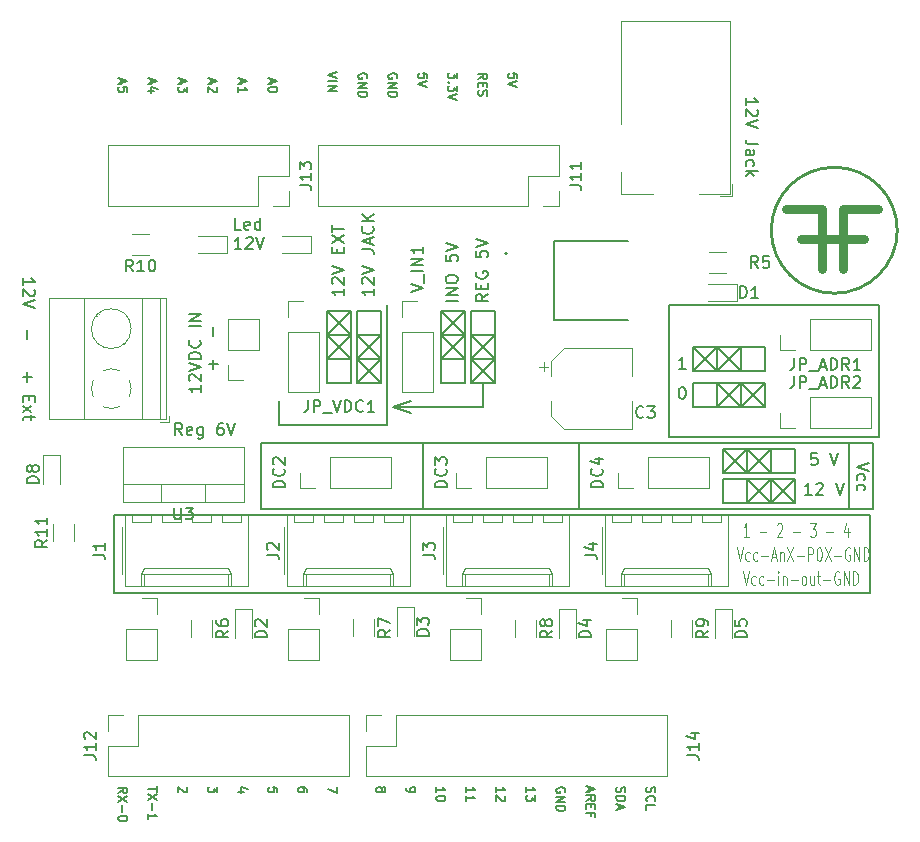
<source format=gbr>
%TF.GenerationSoftware,KiCad,Pcbnew,7.99.0-2684-g11de95778b*%
%TF.CreationDate,2023-11-20T14:54:01-05:00*%
%TF.ProjectId,ADC_MCPV01,4144435f-4d43-4505-9630-312e6b696361,rev?*%
%TF.SameCoordinates,Original*%
%TF.FileFunction,Legend,Top*%
%TF.FilePolarity,Positive*%
%FSLAX46Y46*%
G04 Gerber Fmt 4.6, Leading zero omitted, Abs format (unit mm)*
G04 Created by KiCad (PCBNEW 7.99.0-2684-g11de95778b) date 2023-11-20 14:54:01*
%MOMM*%
%LPD*%
G01*
G04 APERTURE LIST*
%ADD10C,0.152400*%
%ADD11C,0.254000*%
%ADD12C,0.762000*%
%ADD13C,0.200000*%
%ADD14C,0.127000*%
%ADD15C,0.101600*%
%ADD16C,0.150000*%
%ADD17C,0.120000*%
G04 APERTURE END LIST*
D10*
X114206739Y-57271735D02*
X113868072Y-56787926D01*
X113626167Y-57271735D02*
X113626167Y-56255735D01*
X113626167Y-56255735D02*
X114013215Y-56255735D01*
X114013215Y-56255735D02*
X114109977Y-56304116D01*
X114109977Y-56304116D02*
X114158358Y-56352497D01*
X114158358Y-56352497D02*
X114206739Y-56449259D01*
X114206739Y-56449259D02*
X114206739Y-56594402D01*
X114206739Y-56594402D02*
X114158358Y-56691164D01*
X114158358Y-56691164D02*
X114109977Y-56739545D01*
X114109977Y-56739545D02*
X114013215Y-56787926D01*
X114013215Y-56787926D02*
X113626167Y-56787926D01*
X115029215Y-57223355D02*
X114932453Y-57271735D01*
X114932453Y-57271735D02*
X114738929Y-57271735D01*
X114738929Y-57271735D02*
X114642167Y-57223355D01*
X114642167Y-57223355D02*
X114593786Y-57126593D01*
X114593786Y-57126593D02*
X114593786Y-56739545D01*
X114593786Y-56739545D02*
X114642167Y-56642783D01*
X114642167Y-56642783D02*
X114738929Y-56594402D01*
X114738929Y-56594402D02*
X114932453Y-56594402D01*
X114932453Y-56594402D02*
X115029215Y-56642783D01*
X115029215Y-56642783D02*
X115077596Y-56739545D01*
X115077596Y-56739545D02*
X115077596Y-56836307D01*
X115077596Y-56836307D02*
X114593786Y-56933069D01*
X115948453Y-56594402D02*
X115948453Y-57416878D01*
X115948453Y-57416878D02*
X115900072Y-57513640D01*
X115900072Y-57513640D02*
X115851691Y-57562021D01*
X115851691Y-57562021D02*
X115754929Y-57610402D01*
X115754929Y-57610402D02*
X115609786Y-57610402D01*
X115609786Y-57610402D02*
X115513024Y-57562021D01*
X115948453Y-57223355D02*
X115851691Y-57271735D01*
X115851691Y-57271735D02*
X115658167Y-57271735D01*
X115658167Y-57271735D02*
X115561405Y-57223355D01*
X115561405Y-57223355D02*
X115513024Y-57174974D01*
X115513024Y-57174974D02*
X115464643Y-57078212D01*
X115464643Y-57078212D02*
X115464643Y-56787926D01*
X115464643Y-56787926D02*
X115513024Y-56691164D01*
X115513024Y-56691164D02*
X115561405Y-56642783D01*
X115561405Y-56642783D02*
X115658167Y-56594402D01*
X115658167Y-56594402D02*
X115851691Y-56594402D01*
X115851691Y-56594402D02*
X115948453Y-56642783D01*
X117641786Y-56255735D02*
X117448262Y-56255735D01*
X117448262Y-56255735D02*
X117351500Y-56304116D01*
X117351500Y-56304116D02*
X117303119Y-56352497D01*
X117303119Y-56352497D02*
X117206357Y-56497640D01*
X117206357Y-56497640D02*
X117157976Y-56691164D01*
X117157976Y-56691164D02*
X117157976Y-57078212D01*
X117157976Y-57078212D02*
X117206357Y-57174974D01*
X117206357Y-57174974D02*
X117254738Y-57223355D01*
X117254738Y-57223355D02*
X117351500Y-57271735D01*
X117351500Y-57271735D02*
X117545024Y-57271735D01*
X117545024Y-57271735D02*
X117641786Y-57223355D01*
X117641786Y-57223355D02*
X117690167Y-57174974D01*
X117690167Y-57174974D02*
X117738548Y-57078212D01*
X117738548Y-57078212D02*
X117738548Y-56836307D01*
X117738548Y-56836307D02*
X117690167Y-56739545D01*
X117690167Y-56739545D02*
X117641786Y-56691164D01*
X117641786Y-56691164D02*
X117545024Y-56642783D01*
X117545024Y-56642783D02*
X117351500Y-56642783D01*
X117351500Y-56642783D02*
X117254738Y-56691164D01*
X117254738Y-56691164D02*
X117206357Y-56739545D01*
X117206357Y-56739545D02*
X117157976Y-56836307D01*
X118028833Y-56255735D02*
X118367500Y-57271735D01*
X118367500Y-57271735D02*
X118706167Y-56255735D01*
D11*
X174752251Y-39929715D02*
G75*
G02*
X174752251Y-39929715I-5334251J0D01*
G01*
D12*
X170180000Y-38100000D02*
X173101000Y-38100000D01*
X165354000Y-38100000D02*
X168402000Y-38100000D01*
X166624000Y-40640000D02*
X171958000Y-40640000D01*
X168402000Y-38100000D02*
X168402000Y-43180000D01*
X170180000Y-38100000D02*
X170180000Y-43180000D01*
D10*
X161930264Y-29322358D02*
X161930264Y-28741786D01*
X161930264Y-29032072D02*
X162946264Y-29032072D01*
X162946264Y-29032072D02*
X162801121Y-28935310D01*
X162801121Y-28935310D02*
X162704359Y-28838548D01*
X162704359Y-28838548D02*
X162655978Y-28741786D01*
X162849502Y-29709405D02*
X162897883Y-29757786D01*
X162897883Y-29757786D02*
X162946264Y-29854548D01*
X162946264Y-29854548D02*
X162946264Y-30096453D01*
X162946264Y-30096453D02*
X162897883Y-30193215D01*
X162897883Y-30193215D02*
X162849502Y-30241596D01*
X162849502Y-30241596D02*
X162752740Y-30289977D01*
X162752740Y-30289977D02*
X162655978Y-30289977D01*
X162655978Y-30289977D02*
X162510835Y-30241596D01*
X162510835Y-30241596D02*
X161930264Y-29661024D01*
X161930264Y-29661024D02*
X161930264Y-30289977D01*
X162946264Y-30580262D02*
X161930264Y-30918929D01*
X161930264Y-30918929D02*
X162946264Y-31257596D01*
X162946264Y-32660643D02*
X162220549Y-32660643D01*
X162220549Y-32660643D02*
X162075406Y-32612262D01*
X162075406Y-32612262D02*
X161978645Y-32515500D01*
X161978645Y-32515500D02*
X161930264Y-32370357D01*
X161930264Y-32370357D02*
X161930264Y-32273595D01*
X161930264Y-33579881D02*
X162462454Y-33579881D01*
X162462454Y-33579881D02*
X162559216Y-33531500D01*
X162559216Y-33531500D02*
X162607597Y-33434738D01*
X162607597Y-33434738D02*
X162607597Y-33241214D01*
X162607597Y-33241214D02*
X162559216Y-33144452D01*
X161978645Y-33579881D02*
X161930264Y-33483119D01*
X161930264Y-33483119D02*
X161930264Y-33241214D01*
X161930264Y-33241214D02*
X161978645Y-33144452D01*
X161978645Y-33144452D02*
X162075406Y-33096071D01*
X162075406Y-33096071D02*
X162172168Y-33096071D01*
X162172168Y-33096071D02*
X162268930Y-33144452D01*
X162268930Y-33144452D02*
X162317311Y-33241214D01*
X162317311Y-33241214D02*
X162317311Y-33483119D01*
X162317311Y-33483119D02*
X162365692Y-33579881D01*
X161978645Y-34499119D02*
X161930264Y-34402357D01*
X161930264Y-34402357D02*
X161930264Y-34208833D01*
X161930264Y-34208833D02*
X161978645Y-34112071D01*
X161978645Y-34112071D02*
X162027025Y-34063690D01*
X162027025Y-34063690D02*
X162123787Y-34015309D01*
X162123787Y-34015309D02*
X162414073Y-34015309D01*
X162414073Y-34015309D02*
X162510835Y-34063690D01*
X162510835Y-34063690D02*
X162559216Y-34112071D01*
X162559216Y-34112071D02*
X162607597Y-34208833D01*
X162607597Y-34208833D02*
X162607597Y-34402357D01*
X162607597Y-34402357D02*
X162559216Y-34499119D01*
X161930264Y-34934547D02*
X162946264Y-34934547D01*
X162317311Y-35031309D02*
X161930264Y-35321595D01*
X162607597Y-35321595D02*
X162220549Y-34934547D01*
D13*
X138684000Y-48768000D02*
X140716000Y-48768000D01*
X157480000Y-52832000D02*
X163576000Y-52832000D01*
X163576000Y-54864000D01*
X157480000Y-54864000D01*
X157480000Y-52832000D01*
X162052000Y-60452000D02*
X162052000Y-58420000D01*
X157480000Y-49784000D02*
X163576000Y-49784000D01*
X163576000Y-51816000D01*
X157480000Y-51816000D01*
X157480000Y-49784000D01*
X108458000Y-64008000D02*
X172466000Y-64008000D01*
X172466000Y-70612000D01*
X108458000Y-70612000D01*
X108458000Y-64008000D01*
X161544000Y-52832000D02*
X161544000Y-54864000D01*
X131064000Y-50800000D02*
X129032000Y-50800000D01*
X159512000Y-51816000D02*
X157480000Y-49784000D01*
X140716000Y-48768000D02*
X138684000Y-50800000D01*
X136144000Y-48768000D02*
X138176000Y-46736000D01*
X159512000Y-51816000D02*
X161544000Y-49784000D01*
X126492000Y-48768000D02*
X128524000Y-48768000D01*
X136144000Y-48768000D02*
X138176000Y-50800000D01*
X136144000Y-46736000D02*
X138176000Y-46736000D01*
X138176000Y-52832000D01*
X136144000Y-52832000D01*
X136144000Y-46736000D01*
X161544000Y-51816000D02*
X159512000Y-49784000D01*
X126492000Y-50800000D02*
X128524000Y-48768000D01*
X161544000Y-49784000D02*
X161544000Y-51816000D01*
X161544000Y-52832000D02*
X163576000Y-54864000D01*
X122428000Y-54356000D02*
X122428000Y-56388000D01*
X160020000Y-60452000D02*
X162052000Y-58420000D01*
X164084000Y-58420000D02*
X164084000Y-60452000D01*
X157480000Y-51816000D02*
X159512000Y-49784000D01*
X132080000Y-54864000D02*
X133604000Y-55372000D01*
X162052000Y-60960000D02*
X164084000Y-62992000D01*
X126492000Y-46736000D02*
X128524000Y-46736000D01*
X128524000Y-52832000D01*
X126492000Y-52832000D01*
X126492000Y-46736000D01*
X131064000Y-50800000D02*
X129032000Y-52832000D01*
X164084000Y-60452000D02*
X162052000Y-58420000D01*
X162052000Y-62992000D02*
X162052000Y-60960000D01*
X166116000Y-60960000D02*
X164084000Y-62992000D01*
X160020000Y-58420000D02*
X166116000Y-58420000D01*
X166116000Y-60452000D01*
X160020000Y-60452000D01*
X160020000Y-58420000D01*
X139700000Y-54864000D02*
X132080000Y-54864000D01*
X159512000Y-52832000D02*
X161544000Y-54864000D01*
X164084000Y-60960000D02*
X162052000Y-62992000D01*
X162052000Y-60452000D02*
X164084000Y-58420000D01*
X131572000Y-56388000D02*
X131572000Y-46228000D01*
X164084000Y-60960000D02*
X166116000Y-62992000D01*
X160020000Y-60960000D02*
X166116000Y-60960000D01*
X166116000Y-62992000D01*
X160020000Y-62992000D01*
X160020000Y-60960000D01*
X164084000Y-60960000D02*
X164084000Y-62992000D01*
X147828000Y-57912000D02*
X147828000Y-63500000D01*
X131064000Y-50800000D02*
X129032000Y-48768000D01*
X131064000Y-48768000D02*
X129032000Y-50800000D01*
X128524000Y-50800000D02*
X126492000Y-50800000D01*
X140716000Y-50800000D02*
X138684000Y-50800000D01*
X159512000Y-51816000D02*
X159512000Y-49784000D01*
X138684000Y-46736000D02*
X140716000Y-46736000D01*
X140716000Y-52832000D01*
X138684000Y-52832000D01*
X138684000Y-46736000D01*
X134620000Y-57912000D02*
X134620000Y-63500000D01*
X120904000Y-57912000D02*
X172720000Y-57912000D01*
X172720000Y-63500000D01*
X120904000Y-63500000D01*
X120904000Y-57912000D01*
X126492000Y-48768000D02*
X128524000Y-46736000D01*
X138176000Y-50800000D02*
X136144000Y-50800000D01*
X136144000Y-48768000D02*
X138176000Y-48768000D01*
X129032000Y-46736000D02*
X131064000Y-46736000D01*
X131064000Y-52832000D01*
X129032000Y-52832000D01*
X129032000Y-46736000D01*
X132080000Y-54864000D02*
X133604000Y-54356000D01*
X126492000Y-48768000D02*
X128524000Y-50800000D01*
X140716000Y-50800000D02*
X138684000Y-48768000D01*
X170688000Y-57912000D02*
X170688000Y-63500000D01*
X140716000Y-52832000D02*
X138684000Y-50800000D01*
X129032000Y-48768000D02*
X131064000Y-48768000D01*
X159512000Y-54864000D02*
X159512000Y-52832000D01*
X155448000Y-46228000D02*
X173228000Y-46228000D01*
X173228000Y-57404000D01*
X155448000Y-57404000D01*
X155448000Y-46228000D01*
X162052000Y-60452000D02*
X160020000Y-58420000D01*
X161544000Y-52832000D02*
X159512000Y-54864000D01*
X163576000Y-52832000D02*
X161544000Y-54864000D01*
X131064000Y-52832000D02*
X129032000Y-50800000D01*
X136144000Y-50800000D02*
X138176000Y-48768000D01*
X140716000Y-50800000D02*
X138684000Y-52832000D01*
X136144000Y-46736000D02*
X138176000Y-48768000D01*
X122428000Y-56388000D02*
X131572000Y-56388000D01*
X126492000Y-46736000D02*
X128524000Y-48768000D01*
X139700000Y-52832000D02*
X139700000Y-54864000D01*
D14*
X146621572Y-87532123D02*
X146657858Y-87459552D01*
X146657858Y-87459552D02*
X146657858Y-87350694D01*
X146657858Y-87350694D02*
X146621572Y-87241837D01*
X146621572Y-87241837D02*
X146549001Y-87169266D01*
X146549001Y-87169266D02*
X146476429Y-87132980D01*
X146476429Y-87132980D02*
X146331286Y-87096694D01*
X146331286Y-87096694D02*
X146222429Y-87096694D01*
X146222429Y-87096694D02*
X146077286Y-87132980D01*
X146077286Y-87132980D02*
X146004715Y-87169266D01*
X146004715Y-87169266D02*
X145932144Y-87241837D01*
X145932144Y-87241837D02*
X145895858Y-87350694D01*
X145895858Y-87350694D02*
X145895858Y-87423266D01*
X145895858Y-87423266D02*
X145932144Y-87532123D01*
X145932144Y-87532123D02*
X145968429Y-87568409D01*
X145968429Y-87568409D02*
X146222429Y-87568409D01*
X146222429Y-87568409D02*
X146222429Y-87423266D01*
X145895858Y-87894980D02*
X146657858Y-87894980D01*
X146657858Y-87894980D02*
X145895858Y-88330409D01*
X145895858Y-88330409D02*
X146657858Y-88330409D01*
X145895858Y-88693266D02*
X146657858Y-88693266D01*
X146657858Y-88693266D02*
X146657858Y-88874695D01*
X146657858Y-88874695D02*
X146621572Y-88983552D01*
X146621572Y-88983552D02*
X146549001Y-89056123D01*
X146549001Y-89056123D02*
X146476429Y-89092409D01*
X146476429Y-89092409D02*
X146331286Y-89128695D01*
X146331286Y-89128695D02*
X146222429Y-89128695D01*
X146222429Y-89128695D02*
X146077286Y-89092409D01*
X146077286Y-89092409D02*
X146004715Y-89056123D01*
X146004715Y-89056123D02*
X145932144Y-88983552D01*
X145932144Y-88983552D02*
X145895858Y-88874695D01*
X145895858Y-88874695D02*
X145895858Y-88693266D01*
D10*
X100716264Y-44562358D02*
X100716264Y-43981786D01*
X100716264Y-44272072D02*
X101732264Y-44272072D01*
X101732264Y-44272072D02*
X101587121Y-44175310D01*
X101587121Y-44175310D02*
X101490359Y-44078548D01*
X101490359Y-44078548D02*
X101441978Y-43981786D01*
X101635502Y-44949405D02*
X101683883Y-44997786D01*
X101683883Y-44997786D02*
X101732264Y-45094548D01*
X101732264Y-45094548D02*
X101732264Y-45336453D01*
X101732264Y-45336453D02*
X101683883Y-45433215D01*
X101683883Y-45433215D02*
X101635502Y-45481596D01*
X101635502Y-45481596D02*
X101538740Y-45529977D01*
X101538740Y-45529977D02*
X101441978Y-45529977D01*
X101441978Y-45529977D02*
X101296835Y-45481596D01*
X101296835Y-45481596D02*
X100716264Y-44901024D01*
X100716264Y-44901024D02*
X100716264Y-45529977D01*
X101732264Y-45820262D02*
X100716264Y-46158929D01*
X100716264Y-46158929D02*
X101732264Y-46497596D01*
X101103311Y-48384452D02*
X101103311Y-49158548D01*
X101103311Y-51964642D02*
X101103311Y-52738738D01*
X100716264Y-52351690D02*
X101490359Y-52351690D01*
X101248454Y-53996642D02*
X101248454Y-54335309D01*
X100716264Y-54480452D02*
X100716264Y-53996642D01*
X100716264Y-53996642D02*
X101732264Y-53996642D01*
X101732264Y-53996642D02*
X101732264Y-54480452D01*
X100716264Y-54819118D02*
X101393597Y-55351309D01*
X101393597Y-54819118D02*
X100716264Y-55351309D01*
X101393597Y-55593213D02*
X101393597Y-55980261D01*
X101732264Y-55738356D02*
X100861406Y-55738356D01*
X100861406Y-55738356D02*
X100764645Y-55786737D01*
X100764645Y-55786737D02*
X100716264Y-55883499D01*
X100716264Y-55883499D02*
X100716264Y-55980261D01*
D14*
X111569572Y-27152694D02*
X111569572Y-27515552D01*
X111351858Y-27080123D02*
X112113858Y-27334123D01*
X112113858Y-27334123D02*
X111351858Y-27588123D01*
X111859858Y-28168695D02*
X111351858Y-28168695D01*
X112150144Y-27987266D02*
X111605858Y-27805837D01*
X111605858Y-27805837D02*
X111605858Y-28277552D01*
X140077056Y-45321971D02*
X139593247Y-45660638D01*
X140077056Y-45902543D02*
X139061056Y-45902543D01*
X139061056Y-45902543D02*
X139061056Y-45515495D01*
X139061056Y-45515495D02*
X139109437Y-45418733D01*
X139109437Y-45418733D02*
X139157818Y-45370352D01*
X139157818Y-45370352D02*
X139254580Y-45321971D01*
X139254580Y-45321971D02*
X139399723Y-45321971D01*
X139399723Y-45321971D02*
X139496485Y-45370352D01*
X139496485Y-45370352D02*
X139544866Y-45418733D01*
X139544866Y-45418733D02*
X139593247Y-45515495D01*
X139593247Y-45515495D02*
X139593247Y-45902543D01*
X139544866Y-44886543D02*
X139544866Y-44547876D01*
X140077056Y-44402733D02*
X140077056Y-44886543D01*
X140077056Y-44886543D02*
X139061056Y-44886543D01*
X139061056Y-44886543D02*
X139061056Y-44402733D01*
X139109437Y-43435114D02*
X139061056Y-43531876D01*
X139061056Y-43531876D02*
X139061056Y-43677019D01*
X139061056Y-43677019D02*
X139109437Y-43822162D01*
X139109437Y-43822162D02*
X139206199Y-43918924D01*
X139206199Y-43918924D02*
X139302961Y-43967305D01*
X139302961Y-43967305D02*
X139496485Y-44015686D01*
X139496485Y-44015686D02*
X139641628Y-44015686D01*
X139641628Y-44015686D02*
X139835152Y-43967305D01*
X139835152Y-43967305D02*
X139931914Y-43918924D01*
X139931914Y-43918924D02*
X140028676Y-43822162D01*
X140028676Y-43822162D02*
X140077056Y-43677019D01*
X140077056Y-43677019D02*
X140077056Y-43580257D01*
X140077056Y-43580257D02*
X140028676Y-43435114D01*
X140028676Y-43435114D02*
X139980295Y-43386733D01*
X139980295Y-43386733D02*
X139641628Y-43386733D01*
X139641628Y-43386733D02*
X139641628Y-43580257D01*
X139061056Y-41693400D02*
X139061056Y-42177210D01*
X139061056Y-42177210D02*
X139544866Y-42225591D01*
X139544866Y-42225591D02*
X139496485Y-42177210D01*
X139496485Y-42177210D02*
X139448104Y-42080448D01*
X139448104Y-42080448D02*
X139448104Y-41838543D01*
X139448104Y-41838543D02*
X139496485Y-41741781D01*
X139496485Y-41741781D02*
X139544866Y-41693400D01*
X139544866Y-41693400D02*
X139641628Y-41645019D01*
X139641628Y-41645019D02*
X139883533Y-41645019D01*
X139883533Y-41645019D02*
X139980295Y-41693400D01*
X139980295Y-41693400D02*
X140028676Y-41741781D01*
X140028676Y-41741781D02*
X140077056Y-41838543D01*
X140077056Y-41838543D02*
X140077056Y-42080448D01*
X140077056Y-42080448D02*
X140028676Y-42177210D01*
X140028676Y-42177210D02*
X139980295Y-42225591D01*
X139061056Y-41354734D02*
X140077056Y-41016067D01*
X140077056Y-41016067D02*
X139061056Y-40677400D01*
X137537056Y-45902543D02*
X136521056Y-45902543D01*
X137537056Y-45418733D02*
X136521056Y-45418733D01*
X136521056Y-45418733D02*
X137537056Y-44838161D01*
X137537056Y-44838161D02*
X136521056Y-44838161D01*
X136521056Y-44160828D02*
X136521056Y-43967304D01*
X136521056Y-43967304D02*
X136569437Y-43870542D01*
X136569437Y-43870542D02*
X136666199Y-43773780D01*
X136666199Y-43773780D02*
X136859723Y-43725399D01*
X136859723Y-43725399D02*
X137198390Y-43725399D01*
X137198390Y-43725399D02*
X137391914Y-43773780D01*
X137391914Y-43773780D02*
X137488676Y-43870542D01*
X137488676Y-43870542D02*
X137537056Y-43967304D01*
X137537056Y-43967304D02*
X137537056Y-44160828D01*
X137537056Y-44160828D02*
X137488676Y-44257590D01*
X137488676Y-44257590D02*
X137391914Y-44354352D01*
X137391914Y-44354352D02*
X137198390Y-44402733D01*
X137198390Y-44402733D02*
X136859723Y-44402733D01*
X136859723Y-44402733D02*
X136666199Y-44354352D01*
X136666199Y-44354352D02*
X136569437Y-44257590D01*
X136569437Y-44257590D02*
X136521056Y-44160828D01*
X136521056Y-42032066D02*
X136521056Y-42515876D01*
X136521056Y-42515876D02*
X137004866Y-42564257D01*
X137004866Y-42564257D02*
X136956485Y-42515876D01*
X136956485Y-42515876D02*
X136908104Y-42419114D01*
X136908104Y-42419114D02*
X136908104Y-42177209D01*
X136908104Y-42177209D02*
X136956485Y-42080447D01*
X136956485Y-42080447D02*
X137004866Y-42032066D01*
X137004866Y-42032066D02*
X137101628Y-41983685D01*
X137101628Y-41983685D02*
X137343533Y-41983685D01*
X137343533Y-41983685D02*
X137440295Y-42032066D01*
X137440295Y-42032066D02*
X137488676Y-42080447D01*
X137488676Y-42080447D02*
X137537056Y-42177209D01*
X137537056Y-42177209D02*
X137537056Y-42419114D01*
X137537056Y-42419114D02*
X137488676Y-42515876D01*
X137488676Y-42515876D02*
X137440295Y-42564257D01*
X136521056Y-41693400D02*
X137537056Y-41354733D01*
X137537056Y-41354733D02*
X136521056Y-41016066D01*
D15*
X161175413Y-66783834D02*
X161429413Y-67926834D01*
X161429413Y-67926834D02*
X161683413Y-66783834D01*
X162263985Y-67872406D02*
X162191413Y-67926834D01*
X162191413Y-67926834D02*
X162046270Y-67926834D01*
X162046270Y-67926834D02*
X161973699Y-67872406D01*
X161973699Y-67872406D02*
X161937413Y-67817977D01*
X161937413Y-67817977D02*
X161901127Y-67709120D01*
X161901127Y-67709120D02*
X161901127Y-67382548D01*
X161901127Y-67382548D02*
X161937413Y-67273691D01*
X161937413Y-67273691D02*
X161973699Y-67219263D01*
X161973699Y-67219263D02*
X162046270Y-67164834D01*
X162046270Y-67164834D02*
X162191413Y-67164834D01*
X162191413Y-67164834D02*
X162263985Y-67219263D01*
X162917128Y-67872406D02*
X162844556Y-67926834D01*
X162844556Y-67926834D02*
X162699413Y-67926834D01*
X162699413Y-67926834D02*
X162626842Y-67872406D01*
X162626842Y-67872406D02*
X162590556Y-67817977D01*
X162590556Y-67817977D02*
X162554270Y-67709120D01*
X162554270Y-67709120D02*
X162554270Y-67382548D01*
X162554270Y-67382548D02*
X162590556Y-67273691D01*
X162590556Y-67273691D02*
X162626842Y-67219263D01*
X162626842Y-67219263D02*
X162699413Y-67164834D01*
X162699413Y-67164834D02*
X162844556Y-67164834D01*
X162844556Y-67164834D02*
X162917128Y-67219263D01*
X163243699Y-67491406D02*
X163824271Y-67491406D01*
X164150842Y-67600263D02*
X164513700Y-67600263D01*
X164078271Y-67926834D02*
X164332271Y-66783834D01*
X164332271Y-66783834D02*
X164586271Y-67926834D01*
X164840271Y-67164834D02*
X164840271Y-67926834D01*
X164840271Y-67273691D02*
X164876557Y-67219263D01*
X164876557Y-67219263D02*
X164949128Y-67164834D01*
X164949128Y-67164834D02*
X165057985Y-67164834D01*
X165057985Y-67164834D02*
X165130557Y-67219263D01*
X165130557Y-67219263D02*
X165166843Y-67328120D01*
X165166843Y-67328120D02*
X165166843Y-67926834D01*
X165457129Y-66783834D02*
X165965129Y-67926834D01*
X165965129Y-66783834D02*
X165457129Y-67926834D01*
X166255414Y-67491406D02*
X166835986Y-67491406D01*
X167198843Y-67926834D02*
X167198843Y-66783834D01*
X167198843Y-66783834D02*
X167489129Y-66783834D01*
X167489129Y-66783834D02*
X167561700Y-66838263D01*
X167561700Y-66838263D02*
X167597986Y-66892691D01*
X167597986Y-66892691D02*
X167634272Y-67001548D01*
X167634272Y-67001548D02*
X167634272Y-67164834D01*
X167634272Y-67164834D02*
X167597986Y-67273691D01*
X167597986Y-67273691D02*
X167561700Y-67328120D01*
X167561700Y-67328120D02*
X167489129Y-67382548D01*
X167489129Y-67382548D02*
X167198843Y-67382548D01*
X168105986Y-66783834D02*
X168178557Y-66783834D01*
X168178557Y-66783834D02*
X168251129Y-66838263D01*
X168251129Y-66838263D02*
X168287415Y-66892691D01*
X168287415Y-66892691D02*
X168323700Y-67001548D01*
X168323700Y-67001548D02*
X168359986Y-67219263D01*
X168359986Y-67219263D02*
X168359986Y-67491406D01*
X168359986Y-67491406D02*
X168323700Y-67709120D01*
X168323700Y-67709120D02*
X168287415Y-67817977D01*
X168287415Y-67817977D02*
X168251129Y-67872406D01*
X168251129Y-67872406D02*
X168178557Y-67926834D01*
X168178557Y-67926834D02*
X168105986Y-67926834D01*
X168105986Y-67926834D02*
X168033415Y-67872406D01*
X168033415Y-67872406D02*
X167997129Y-67817977D01*
X167997129Y-67817977D02*
X167960843Y-67709120D01*
X167960843Y-67709120D02*
X167924557Y-67491406D01*
X167924557Y-67491406D02*
X167924557Y-67219263D01*
X167924557Y-67219263D02*
X167960843Y-67001548D01*
X167960843Y-67001548D02*
X167997129Y-66892691D01*
X167997129Y-66892691D02*
X168033415Y-66838263D01*
X168033415Y-66838263D02*
X168105986Y-66783834D01*
X168613986Y-66783834D02*
X169121986Y-67926834D01*
X169121986Y-66783834D02*
X168613986Y-67926834D01*
X169412271Y-67491406D02*
X169992843Y-67491406D01*
X170754843Y-66838263D02*
X170682272Y-66783834D01*
X170682272Y-66783834D02*
X170573414Y-66783834D01*
X170573414Y-66783834D02*
X170464557Y-66838263D01*
X170464557Y-66838263D02*
X170391986Y-66947120D01*
X170391986Y-66947120D02*
X170355700Y-67055977D01*
X170355700Y-67055977D02*
X170319414Y-67273691D01*
X170319414Y-67273691D02*
X170319414Y-67436977D01*
X170319414Y-67436977D02*
X170355700Y-67654691D01*
X170355700Y-67654691D02*
X170391986Y-67763548D01*
X170391986Y-67763548D02*
X170464557Y-67872406D01*
X170464557Y-67872406D02*
X170573414Y-67926834D01*
X170573414Y-67926834D02*
X170645986Y-67926834D01*
X170645986Y-67926834D02*
X170754843Y-67872406D01*
X170754843Y-67872406D02*
X170791129Y-67817977D01*
X170791129Y-67817977D02*
X170791129Y-67436977D01*
X170791129Y-67436977D02*
X170645986Y-67436977D01*
X171117700Y-67926834D02*
X171117700Y-66783834D01*
X171117700Y-66783834D02*
X171553129Y-67926834D01*
X171553129Y-67926834D02*
X171553129Y-66783834D01*
X171915986Y-67926834D02*
X171915986Y-66783834D01*
X171915986Y-66783834D02*
X172097415Y-66783834D01*
X172097415Y-66783834D02*
X172206272Y-66838263D01*
X172206272Y-66838263D02*
X172278843Y-66947120D01*
X172278843Y-66947120D02*
X172315129Y-67055977D01*
X172315129Y-67055977D02*
X172351415Y-67273691D01*
X172351415Y-67273691D02*
X172351415Y-67436977D01*
X172351415Y-67436977D02*
X172315129Y-67654691D01*
X172315129Y-67654691D02*
X172278843Y-67763548D01*
X172278843Y-67763548D02*
X172206272Y-67872406D01*
X172206272Y-67872406D02*
X172097415Y-67926834D01*
X172097415Y-67926834D02*
X171915986Y-67926834D01*
D10*
X156830358Y-51683735D02*
X156249786Y-51683735D01*
X156540072Y-51683735D02*
X156540072Y-50667735D01*
X156540072Y-50667735D02*
X156443310Y-50812878D01*
X156443310Y-50812878D02*
X156346548Y-50909640D01*
X156346548Y-50909640D02*
X156249786Y-50958021D01*
D14*
X133195858Y-87169266D02*
X133195858Y-87314409D01*
X133195858Y-87314409D02*
X133232144Y-87386980D01*
X133232144Y-87386980D02*
X133268429Y-87423266D01*
X133268429Y-87423266D02*
X133377286Y-87495837D01*
X133377286Y-87495837D02*
X133522429Y-87532123D01*
X133522429Y-87532123D02*
X133812715Y-87532123D01*
X133812715Y-87532123D02*
X133885286Y-87495837D01*
X133885286Y-87495837D02*
X133921572Y-87459552D01*
X133921572Y-87459552D02*
X133957858Y-87386980D01*
X133957858Y-87386980D02*
X133957858Y-87241837D01*
X133957858Y-87241837D02*
X133921572Y-87169266D01*
X133921572Y-87169266D02*
X133885286Y-87132980D01*
X133885286Y-87132980D02*
X133812715Y-87096694D01*
X133812715Y-87096694D02*
X133631286Y-87096694D01*
X133631286Y-87096694D02*
X133558715Y-87132980D01*
X133558715Y-87132980D02*
X133522429Y-87169266D01*
X133522429Y-87169266D02*
X133486144Y-87241837D01*
X133486144Y-87241837D02*
X133486144Y-87386980D01*
X133486144Y-87386980D02*
X133522429Y-87459552D01*
X133522429Y-87459552D02*
X133558715Y-87495837D01*
X133558715Y-87495837D02*
X133631286Y-87532123D01*
X132397572Y-27080123D02*
X132433858Y-27007552D01*
X132433858Y-27007552D02*
X132433858Y-26898694D01*
X132433858Y-26898694D02*
X132397572Y-26789837D01*
X132397572Y-26789837D02*
X132325001Y-26717266D01*
X132325001Y-26717266D02*
X132252429Y-26680980D01*
X132252429Y-26680980D02*
X132107286Y-26644694D01*
X132107286Y-26644694D02*
X131998429Y-26644694D01*
X131998429Y-26644694D02*
X131853286Y-26680980D01*
X131853286Y-26680980D02*
X131780715Y-26717266D01*
X131780715Y-26717266D02*
X131708144Y-26789837D01*
X131708144Y-26789837D02*
X131671858Y-26898694D01*
X131671858Y-26898694D02*
X131671858Y-26971266D01*
X131671858Y-26971266D02*
X131708144Y-27080123D01*
X131708144Y-27080123D02*
X131744429Y-27116409D01*
X131744429Y-27116409D02*
X131998429Y-27116409D01*
X131998429Y-27116409D02*
X131998429Y-26971266D01*
X131671858Y-27442980D02*
X132433858Y-27442980D01*
X132433858Y-27442980D02*
X131671858Y-27878409D01*
X131671858Y-27878409D02*
X132433858Y-27878409D01*
X131671858Y-28241266D02*
X132433858Y-28241266D01*
X132433858Y-28241266D02*
X132433858Y-28422695D01*
X132433858Y-28422695D02*
X132397572Y-28531552D01*
X132397572Y-28531552D02*
X132325001Y-28604123D01*
X132325001Y-28604123D02*
X132252429Y-28640409D01*
X132252429Y-28640409D02*
X132107286Y-28676695D01*
X132107286Y-28676695D02*
X131998429Y-28676695D01*
X131998429Y-28676695D02*
X131853286Y-28640409D01*
X131853286Y-28640409D02*
X131780715Y-28604123D01*
X131780715Y-28604123D02*
X131708144Y-28531552D01*
X131708144Y-28531552D02*
X131671858Y-28422695D01*
X131671858Y-28422695D02*
X131671858Y-28241266D01*
X142593858Y-27043837D02*
X142593858Y-26680980D01*
X142593858Y-26680980D02*
X142231001Y-26644694D01*
X142231001Y-26644694D02*
X142267286Y-26680980D01*
X142267286Y-26680980D02*
X142303572Y-26753552D01*
X142303572Y-26753552D02*
X142303572Y-26934980D01*
X142303572Y-26934980D02*
X142267286Y-27007552D01*
X142267286Y-27007552D02*
X142231001Y-27043837D01*
X142231001Y-27043837D02*
X142158429Y-27080123D01*
X142158429Y-27080123D02*
X141977001Y-27080123D01*
X141977001Y-27080123D02*
X141904429Y-27043837D01*
X141904429Y-27043837D02*
X141868144Y-27007552D01*
X141868144Y-27007552D02*
X141831858Y-26934980D01*
X141831858Y-26934980D02*
X141831858Y-26753552D01*
X141831858Y-26753552D02*
X141868144Y-26680980D01*
X141868144Y-26680980D02*
X141904429Y-26644694D01*
X142593858Y-27297837D02*
X141831858Y-27551837D01*
X141831858Y-27551837D02*
X142593858Y-27805837D01*
X153552144Y-87096694D02*
X153515858Y-87205552D01*
X153515858Y-87205552D02*
X153515858Y-87386980D01*
X153515858Y-87386980D02*
X153552144Y-87459552D01*
X153552144Y-87459552D02*
X153588429Y-87495837D01*
X153588429Y-87495837D02*
X153661001Y-87532123D01*
X153661001Y-87532123D02*
X153733572Y-87532123D01*
X153733572Y-87532123D02*
X153806144Y-87495837D01*
X153806144Y-87495837D02*
X153842429Y-87459552D01*
X153842429Y-87459552D02*
X153878715Y-87386980D01*
X153878715Y-87386980D02*
X153915001Y-87241837D01*
X153915001Y-87241837D02*
X153951286Y-87169266D01*
X153951286Y-87169266D02*
X153987572Y-87132980D01*
X153987572Y-87132980D02*
X154060144Y-87096694D01*
X154060144Y-87096694D02*
X154132715Y-87096694D01*
X154132715Y-87096694D02*
X154205286Y-87132980D01*
X154205286Y-87132980D02*
X154241572Y-87169266D01*
X154241572Y-87169266D02*
X154277858Y-87241837D01*
X154277858Y-87241837D02*
X154277858Y-87423266D01*
X154277858Y-87423266D02*
X154241572Y-87532123D01*
X153588429Y-88294123D02*
X153552144Y-88257837D01*
X153552144Y-88257837D02*
X153515858Y-88148980D01*
X153515858Y-88148980D02*
X153515858Y-88076408D01*
X153515858Y-88076408D02*
X153552144Y-87967551D01*
X153552144Y-87967551D02*
X153624715Y-87894980D01*
X153624715Y-87894980D02*
X153697286Y-87858694D01*
X153697286Y-87858694D02*
X153842429Y-87822408D01*
X153842429Y-87822408D02*
X153951286Y-87822408D01*
X153951286Y-87822408D02*
X154096429Y-87858694D01*
X154096429Y-87858694D02*
X154169001Y-87894980D01*
X154169001Y-87894980D02*
X154241572Y-87967551D01*
X154241572Y-87967551D02*
X154277858Y-88076408D01*
X154277858Y-88076408D02*
X154277858Y-88148980D01*
X154277858Y-88148980D02*
X154241572Y-88257837D01*
X154241572Y-88257837D02*
X154205286Y-88294123D01*
X153515858Y-88983551D02*
X153515858Y-88620694D01*
X153515858Y-88620694D02*
X154277858Y-88620694D01*
X116649572Y-27152694D02*
X116649572Y-27515552D01*
X116431858Y-27080123D02*
X117193858Y-27334123D01*
X117193858Y-27334123D02*
X116431858Y-27588123D01*
X117121286Y-27805837D02*
X117157572Y-27842123D01*
X117157572Y-27842123D02*
X117193858Y-27914695D01*
X117193858Y-27914695D02*
X117193858Y-28096123D01*
X117193858Y-28096123D02*
X117157572Y-28168695D01*
X117157572Y-28168695D02*
X117121286Y-28204980D01*
X117121286Y-28204980D02*
X117048715Y-28241266D01*
X117048715Y-28241266D02*
X116976144Y-28241266D01*
X116976144Y-28241266D02*
X116867286Y-28204980D01*
X116867286Y-28204980D02*
X116431858Y-27769552D01*
X116431858Y-27769552D02*
X116431858Y-28241266D01*
D15*
X162191413Y-65894834D02*
X161755984Y-65894834D01*
X161973699Y-65894834D02*
X161973699Y-64751834D01*
X161973699Y-64751834D02*
X161901127Y-64915120D01*
X161901127Y-64915120D02*
X161828556Y-65023977D01*
X161828556Y-65023977D02*
X161755984Y-65078406D01*
X163098555Y-65459406D02*
X163679127Y-65459406D01*
X164586269Y-64860691D02*
X164622555Y-64806263D01*
X164622555Y-64806263D02*
X164695127Y-64751834D01*
X164695127Y-64751834D02*
X164876555Y-64751834D01*
X164876555Y-64751834D02*
X164949127Y-64806263D01*
X164949127Y-64806263D02*
X164985412Y-64860691D01*
X164985412Y-64860691D02*
X165021698Y-64969548D01*
X165021698Y-64969548D02*
X165021698Y-65078406D01*
X165021698Y-65078406D02*
X164985412Y-65241691D01*
X164985412Y-65241691D02*
X164549984Y-65894834D01*
X164549984Y-65894834D02*
X165021698Y-65894834D01*
X165928840Y-65459406D02*
X166509412Y-65459406D01*
X167380269Y-64751834D02*
X167851983Y-64751834D01*
X167851983Y-64751834D02*
X167597983Y-65187263D01*
X167597983Y-65187263D02*
X167706840Y-65187263D01*
X167706840Y-65187263D02*
X167779412Y-65241691D01*
X167779412Y-65241691D02*
X167815697Y-65296120D01*
X167815697Y-65296120D02*
X167851983Y-65404977D01*
X167851983Y-65404977D02*
X167851983Y-65677120D01*
X167851983Y-65677120D02*
X167815697Y-65785977D01*
X167815697Y-65785977D02*
X167779412Y-65840406D01*
X167779412Y-65840406D02*
X167706840Y-65894834D01*
X167706840Y-65894834D02*
X167489126Y-65894834D01*
X167489126Y-65894834D02*
X167416554Y-65840406D01*
X167416554Y-65840406D02*
X167380269Y-65785977D01*
X168759125Y-65459406D02*
X169339697Y-65459406D01*
X170609697Y-65132834D02*
X170609697Y-65894834D01*
X170428268Y-64697406D02*
X170246839Y-65513834D01*
X170246839Y-65513834D02*
X170718554Y-65513834D01*
D10*
X116851311Y-48094167D02*
X116851311Y-48868263D01*
X116851311Y-50900262D02*
X116851311Y-51674358D01*
X116464264Y-51287310D02*
X117238359Y-51287310D01*
D14*
X119189572Y-27152694D02*
X119189572Y-27515552D01*
X118971858Y-27080123D02*
X119733858Y-27334123D01*
X119733858Y-27334123D02*
X118971858Y-27588123D01*
X118971858Y-28241266D02*
X118971858Y-27805837D01*
X118971858Y-28023552D02*
X119733858Y-28023552D01*
X119733858Y-28023552D02*
X119625001Y-27950980D01*
X119625001Y-27950980D02*
X119552429Y-27878409D01*
X119552429Y-27878409D02*
X119516144Y-27805837D01*
D10*
X172344264Y-59633024D02*
X171328264Y-59971691D01*
X171328264Y-59971691D02*
X172344264Y-60310358D01*
X171376645Y-61084453D02*
X171328264Y-60987691D01*
X171328264Y-60987691D02*
X171328264Y-60794167D01*
X171328264Y-60794167D02*
X171376645Y-60697405D01*
X171376645Y-60697405D02*
X171425025Y-60649024D01*
X171425025Y-60649024D02*
X171521787Y-60600643D01*
X171521787Y-60600643D02*
X171812073Y-60600643D01*
X171812073Y-60600643D02*
X171908835Y-60649024D01*
X171908835Y-60649024D02*
X171957216Y-60697405D01*
X171957216Y-60697405D02*
X172005597Y-60794167D01*
X172005597Y-60794167D02*
X172005597Y-60987691D01*
X172005597Y-60987691D02*
X171957216Y-61084453D01*
X171376645Y-61955310D02*
X171328264Y-61858548D01*
X171328264Y-61858548D02*
X171328264Y-61665024D01*
X171328264Y-61665024D02*
X171376645Y-61568262D01*
X171376645Y-61568262D02*
X171425025Y-61519881D01*
X171425025Y-61519881D02*
X171521787Y-61471500D01*
X171521787Y-61471500D02*
X171812073Y-61471500D01*
X171812073Y-61471500D02*
X171908835Y-61519881D01*
X171908835Y-61519881D02*
X171957216Y-61568262D01*
X171957216Y-61568262D02*
X172005597Y-61665024D01*
X172005597Y-61665024D02*
X172005597Y-61858548D01*
X172005597Y-61858548D02*
X171957216Y-61955310D01*
D14*
X138275858Y-87532123D02*
X138275858Y-87096694D01*
X138275858Y-87314409D02*
X139037858Y-87314409D01*
X139037858Y-87314409D02*
X138929001Y-87241837D01*
X138929001Y-87241837D02*
X138856429Y-87169266D01*
X138856429Y-87169266D02*
X138820144Y-87096694D01*
X138275858Y-88257837D02*
X138275858Y-87822408D01*
X138275858Y-88040123D02*
X139037858Y-88040123D01*
X139037858Y-88040123D02*
X138929001Y-87967551D01*
X138929001Y-87967551D02*
X138856429Y-87894980D01*
X138856429Y-87894980D02*
X138820144Y-87822408D01*
X131091286Y-87241837D02*
X131127572Y-87169266D01*
X131127572Y-87169266D02*
X131163858Y-87132980D01*
X131163858Y-87132980D02*
X131236429Y-87096694D01*
X131236429Y-87096694D02*
X131272715Y-87096694D01*
X131272715Y-87096694D02*
X131345286Y-87132980D01*
X131345286Y-87132980D02*
X131381572Y-87169266D01*
X131381572Y-87169266D02*
X131417858Y-87241837D01*
X131417858Y-87241837D02*
X131417858Y-87386980D01*
X131417858Y-87386980D02*
X131381572Y-87459552D01*
X131381572Y-87459552D02*
X131345286Y-87495837D01*
X131345286Y-87495837D02*
X131272715Y-87532123D01*
X131272715Y-87532123D02*
X131236429Y-87532123D01*
X131236429Y-87532123D02*
X131163858Y-87495837D01*
X131163858Y-87495837D02*
X131127572Y-87459552D01*
X131127572Y-87459552D02*
X131091286Y-87386980D01*
X131091286Y-87386980D02*
X131091286Y-87241837D01*
X131091286Y-87241837D02*
X131055001Y-87169266D01*
X131055001Y-87169266D02*
X131018715Y-87132980D01*
X131018715Y-87132980D02*
X130946144Y-87096694D01*
X130946144Y-87096694D02*
X130801001Y-87096694D01*
X130801001Y-87096694D02*
X130728429Y-87132980D01*
X130728429Y-87132980D02*
X130692144Y-87169266D01*
X130692144Y-87169266D02*
X130655858Y-87241837D01*
X130655858Y-87241837D02*
X130655858Y-87386980D01*
X130655858Y-87386980D02*
X130692144Y-87459552D01*
X130692144Y-87459552D02*
X130728429Y-87495837D01*
X130728429Y-87495837D02*
X130801001Y-87532123D01*
X130801001Y-87532123D02*
X130946144Y-87532123D01*
X130946144Y-87532123D02*
X131018715Y-87495837D01*
X131018715Y-87495837D02*
X131055001Y-87459552D01*
X131055001Y-87459552D02*
X131091286Y-87386980D01*
D10*
X156491691Y-53207735D02*
X156588453Y-53207735D01*
X156588453Y-53207735D02*
X156685215Y-53256116D01*
X156685215Y-53256116D02*
X156733596Y-53304497D01*
X156733596Y-53304497D02*
X156781977Y-53401259D01*
X156781977Y-53401259D02*
X156830358Y-53594783D01*
X156830358Y-53594783D02*
X156830358Y-53836688D01*
X156830358Y-53836688D02*
X156781977Y-54030212D01*
X156781977Y-54030212D02*
X156733596Y-54126974D01*
X156733596Y-54126974D02*
X156685215Y-54175355D01*
X156685215Y-54175355D02*
X156588453Y-54223735D01*
X156588453Y-54223735D02*
X156491691Y-54223735D01*
X156491691Y-54223735D02*
X156394929Y-54175355D01*
X156394929Y-54175355D02*
X156346548Y-54126974D01*
X156346548Y-54126974D02*
X156298167Y-54030212D01*
X156298167Y-54030212D02*
X156249786Y-53836688D01*
X156249786Y-53836688D02*
X156249786Y-53594783D01*
X156249786Y-53594783D02*
X156298167Y-53401259D01*
X156298167Y-53401259D02*
X156346548Y-53304497D01*
X156346548Y-53304497D02*
X156394929Y-53256116D01*
X156394929Y-53256116D02*
X156491691Y-53207735D01*
D14*
X124813858Y-87459552D02*
X124813858Y-87314409D01*
X124813858Y-87314409D02*
X124777572Y-87241837D01*
X124777572Y-87241837D02*
X124741286Y-87205552D01*
X124741286Y-87205552D02*
X124632429Y-87132980D01*
X124632429Y-87132980D02*
X124487286Y-87096694D01*
X124487286Y-87096694D02*
X124197001Y-87096694D01*
X124197001Y-87096694D02*
X124124429Y-87132980D01*
X124124429Y-87132980D02*
X124088144Y-87169266D01*
X124088144Y-87169266D02*
X124051858Y-87241837D01*
X124051858Y-87241837D02*
X124051858Y-87386980D01*
X124051858Y-87386980D02*
X124088144Y-87459552D01*
X124088144Y-87459552D02*
X124124429Y-87495837D01*
X124124429Y-87495837D02*
X124197001Y-87532123D01*
X124197001Y-87532123D02*
X124378429Y-87532123D01*
X124378429Y-87532123D02*
X124451001Y-87495837D01*
X124451001Y-87495837D02*
X124487286Y-87459552D01*
X124487286Y-87459552D02*
X124523572Y-87386980D01*
X124523572Y-87386980D02*
X124523572Y-87241837D01*
X124523572Y-87241837D02*
X124487286Y-87169266D01*
X124487286Y-87169266D02*
X124451001Y-87132980D01*
X124451001Y-87132980D02*
X124378429Y-87096694D01*
X109029572Y-27152694D02*
X109029572Y-27515552D01*
X108811858Y-27080123D02*
X109573858Y-27334123D01*
X109573858Y-27334123D02*
X108811858Y-27588123D01*
X109573858Y-28204980D02*
X109573858Y-27842123D01*
X109573858Y-27842123D02*
X109211001Y-27805837D01*
X109211001Y-27805837D02*
X109247286Y-27842123D01*
X109247286Y-27842123D02*
X109283572Y-27914695D01*
X109283572Y-27914695D02*
X109283572Y-28096123D01*
X109283572Y-28096123D02*
X109247286Y-28168695D01*
X109247286Y-28168695D02*
X109211001Y-28204980D01*
X109211001Y-28204980D02*
X109138429Y-28241266D01*
X109138429Y-28241266D02*
X108957001Y-28241266D01*
X108957001Y-28241266D02*
X108884429Y-28204980D01*
X108884429Y-28204980D02*
X108848144Y-28168695D01*
X108848144Y-28168695D02*
X108811858Y-28096123D01*
X108811858Y-28096123D02*
X108811858Y-27914695D01*
X108811858Y-27914695D02*
X108848144Y-27842123D01*
X108848144Y-27842123D02*
X108884429Y-27805837D01*
X121729572Y-27152694D02*
X121729572Y-27515552D01*
X121511858Y-27080123D02*
X122273858Y-27334123D01*
X122273858Y-27334123D02*
X121511858Y-27588123D01*
X122273858Y-27987266D02*
X122273858Y-28059837D01*
X122273858Y-28059837D02*
X122237572Y-28132409D01*
X122237572Y-28132409D02*
X122201286Y-28168695D01*
X122201286Y-28168695D02*
X122128715Y-28204980D01*
X122128715Y-28204980D02*
X121983572Y-28241266D01*
X121983572Y-28241266D02*
X121802144Y-28241266D01*
X121802144Y-28241266D02*
X121657001Y-28204980D01*
X121657001Y-28204980D02*
X121584429Y-28168695D01*
X121584429Y-28168695D02*
X121548144Y-28132409D01*
X121548144Y-28132409D02*
X121511858Y-28059837D01*
X121511858Y-28059837D02*
X121511858Y-27987266D01*
X121511858Y-27987266D02*
X121548144Y-27914695D01*
X121548144Y-27914695D02*
X121584429Y-27878409D01*
X121584429Y-27878409D02*
X121657001Y-27842123D01*
X121657001Y-27842123D02*
X121802144Y-27805837D01*
X121802144Y-27805837D02*
X121983572Y-27805837D01*
X121983572Y-27805837D02*
X122128715Y-27842123D01*
X122128715Y-27842123D02*
X122201286Y-27878409D01*
X122201286Y-27878409D02*
X122237572Y-27914695D01*
X122237572Y-27914695D02*
X122273858Y-27987266D01*
X134973858Y-27043837D02*
X134973858Y-26680980D01*
X134973858Y-26680980D02*
X134611001Y-26644694D01*
X134611001Y-26644694D02*
X134647286Y-26680980D01*
X134647286Y-26680980D02*
X134683572Y-26753552D01*
X134683572Y-26753552D02*
X134683572Y-26934980D01*
X134683572Y-26934980D02*
X134647286Y-27007552D01*
X134647286Y-27007552D02*
X134611001Y-27043837D01*
X134611001Y-27043837D02*
X134538429Y-27080123D01*
X134538429Y-27080123D02*
X134357001Y-27080123D01*
X134357001Y-27080123D02*
X134284429Y-27043837D01*
X134284429Y-27043837D02*
X134248144Y-27007552D01*
X134248144Y-27007552D02*
X134211858Y-26934980D01*
X134211858Y-26934980D02*
X134211858Y-26753552D01*
X134211858Y-26753552D02*
X134248144Y-26680980D01*
X134248144Y-26680980D02*
X134284429Y-26644694D01*
X134973858Y-27297837D02*
X134211858Y-27551837D01*
X134211858Y-27551837D02*
X134973858Y-27805837D01*
X130425056Y-44862352D02*
X130425056Y-45442924D01*
X130425056Y-45152638D02*
X129409056Y-45152638D01*
X129409056Y-45152638D02*
X129554199Y-45249400D01*
X129554199Y-45249400D02*
X129650961Y-45346162D01*
X129650961Y-45346162D02*
X129699342Y-45442924D01*
X129505818Y-44475305D02*
X129457437Y-44426924D01*
X129457437Y-44426924D02*
X129409056Y-44330162D01*
X129409056Y-44330162D02*
X129409056Y-44088257D01*
X129409056Y-44088257D02*
X129457437Y-43991495D01*
X129457437Y-43991495D02*
X129505818Y-43943114D01*
X129505818Y-43943114D02*
X129602580Y-43894733D01*
X129602580Y-43894733D02*
X129699342Y-43894733D01*
X129699342Y-43894733D02*
X129844485Y-43943114D01*
X129844485Y-43943114D02*
X130425056Y-44523686D01*
X130425056Y-44523686D02*
X130425056Y-43894733D01*
X129409056Y-43604448D02*
X130425056Y-43265781D01*
X130425056Y-43265781D02*
X129409056Y-42927114D01*
X129409056Y-41524067D02*
X130134771Y-41524067D01*
X130134771Y-41524067D02*
X130279914Y-41572448D01*
X130279914Y-41572448D02*
X130376676Y-41669210D01*
X130376676Y-41669210D02*
X130425056Y-41814353D01*
X130425056Y-41814353D02*
X130425056Y-41911115D01*
X130134771Y-41088639D02*
X130134771Y-40604829D01*
X130425056Y-41185401D02*
X129409056Y-40846734D01*
X129409056Y-40846734D02*
X130425056Y-40508067D01*
X130328295Y-39588829D02*
X130376676Y-39637210D01*
X130376676Y-39637210D02*
X130425056Y-39782353D01*
X130425056Y-39782353D02*
X130425056Y-39879115D01*
X130425056Y-39879115D02*
X130376676Y-40024258D01*
X130376676Y-40024258D02*
X130279914Y-40121020D01*
X130279914Y-40121020D02*
X130183152Y-40169401D01*
X130183152Y-40169401D02*
X129989628Y-40217782D01*
X129989628Y-40217782D02*
X129844485Y-40217782D01*
X129844485Y-40217782D02*
X129650961Y-40169401D01*
X129650961Y-40169401D02*
X129554199Y-40121020D01*
X129554199Y-40121020D02*
X129457437Y-40024258D01*
X129457437Y-40024258D02*
X129409056Y-39879115D01*
X129409056Y-39879115D02*
X129409056Y-39782353D01*
X129409056Y-39782353D02*
X129457437Y-39637210D01*
X129457437Y-39637210D02*
X129505818Y-39588829D01*
X130425056Y-39153401D02*
X129409056Y-39153401D01*
X130425056Y-38572829D02*
X129844485Y-39008258D01*
X129409056Y-38572829D02*
X129989628Y-39153401D01*
X129857572Y-27080123D02*
X129893858Y-27007552D01*
X129893858Y-27007552D02*
X129893858Y-26898694D01*
X129893858Y-26898694D02*
X129857572Y-26789837D01*
X129857572Y-26789837D02*
X129785001Y-26717266D01*
X129785001Y-26717266D02*
X129712429Y-26680980D01*
X129712429Y-26680980D02*
X129567286Y-26644694D01*
X129567286Y-26644694D02*
X129458429Y-26644694D01*
X129458429Y-26644694D02*
X129313286Y-26680980D01*
X129313286Y-26680980D02*
X129240715Y-26717266D01*
X129240715Y-26717266D02*
X129168144Y-26789837D01*
X129168144Y-26789837D02*
X129131858Y-26898694D01*
X129131858Y-26898694D02*
X129131858Y-26971266D01*
X129131858Y-26971266D02*
X129168144Y-27080123D01*
X129168144Y-27080123D02*
X129204429Y-27116409D01*
X129204429Y-27116409D02*
X129458429Y-27116409D01*
X129458429Y-27116409D02*
X129458429Y-26971266D01*
X129131858Y-27442980D02*
X129893858Y-27442980D01*
X129893858Y-27442980D02*
X129131858Y-27878409D01*
X129131858Y-27878409D02*
X129893858Y-27878409D01*
X129131858Y-28241266D02*
X129893858Y-28241266D01*
X129893858Y-28241266D02*
X129893858Y-28422695D01*
X129893858Y-28422695D02*
X129857572Y-28531552D01*
X129857572Y-28531552D02*
X129785001Y-28604123D01*
X129785001Y-28604123D02*
X129712429Y-28640409D01*
X129712429Y-28640409D02*
X129567286Y-28676695D01*
X129567286Y-28676695D02*
X129458429Y-28676695D01*
X129458429Y-28676695D02*
X129313286Y-28640409D01*
X129313286Y-28640409D02*
X129240715Y-28604123D01*
X129240715Y-28604123D02*
X129168144Y-28531552D01*
X129168144Y-28531552D02*
X129131858Y-28422695D01*
X129131858Y-28422695D02*
X129131858Y-28241266D01*
X114109572Y-27152694D02*
X114109572Y-27515552D01*
X113891858Y-27080123D02*
X114653858Y-27334123D01*
X114653858Y-27334123D02*
X113891858Y-27588123D01*
X114653858Y-27769552D02*
X114653858Y-28241266D01*
X114653858Y-28241266D02*
X114363572Y-27987266D01*
X114363572Y-27987266D02*
X114363572Y-28096123D01*
X114363572Y-28096123D02*
X114327286Y-28168695D01*
X114327286Y-28168695D02*
X114291001Y-28204980D01*
X114291001Y-28204980D02*
X114218429Y-28241266D01*
X114218429Y-28241266D02*
X114037001Y-28241266D01*
X114037001Y-28241266D02*
X113964429Y-28204980D01*
X113964429Y-28204980D02*
X113928144Y-28168695D01*
X113928144Y-28168695D02*
X113891858Y-28096123D01*
X113891858Y-28096123D02*
X113891858Y-27878409D01*
X113891858Y-27878409D02*
X113928144Y-27805837D01*
X113928144Y-27805837D02*
X113964429Y-27769552D01*
X127353858Y-87060409D02*
X127353858Y-87568409D01*
X127353858Y-87568409D02*
X126591858Y-87241837D01*
X112113858Y-87024123D02*
X112113858Y-87459552D01*
X111351858Y-87241837D02*
X112113858Y-87241837D01*
X112113858Y-87640980D02*
X111351858Y-88148980D01*
X112113858Y-88148980D02*
X111351858Y-87640980D01*
X111642144Y-88439265D02*
X111642144Y-89019837D01*
X111351858Y-89781837D02*
X111351858Y-89346408D01*
X111351858Y-89564123D02*
X112113858Y-89564123D01*
X112113858Y-89564123D02*
X112005001Y-89491551D01*
X112005001Y-89491551D02*
X111932429Y-89418980D01*
X111932429Y-89418980D02*
X111896144Y-89346408D01*
X114581286Y-87096694D02*
X114617572Y-87132980D01*
X114617572Y-87132980D02*
X114653858Y-87205552D01*
X114653858Y-87205552D02*
X114653858Y-87386980D01*
X114653858Y-87386980D02*
X114617572Y-87459552D01*
X114617572Y-87459552D02*
X114581286Y-87495837D01*
X114581286Y-87495837D02*
X114508715Y-87532123D01*
X114508715Y-87532123D02*
X114436144Y-87532123D01*
X114436144Y-87532123D02*
X114327286Y-87495837D01*
X114327286Y-87495837D02*
X113891858Y-87060409D01*
X113891858Y-87060409D02*
X113891858Y-87532123D01*
X119479858Y-87459552D02*
X118971858Y-87459552D01*
X119770144Y-87278123D02*
X119225858Y-87096694D01*
X119225858Y-87096694D02*
X119225858Y-87568409D01*
X127885056Y-44862352D02*
X127885056Y-45442924D01*
X127885056Y-45152638D02*
X126869056Y-45152638D01*
X126869056Y-45152638D02*
X127014199Y-45249400D01*
X127014199Y-45249400D02*
X127110961Y-45346162D01*
X127110961Y-45346162D02*
X127159342Y-45442924D01*
X126965818Y-44475305D02*
X126917437Y-44426924D01*
X126917437Y-44426924D02*
X126869056Y-44330162D01*
X126869056Y-44330162D02*
X126869056Y-44088257D01*
X126869056Y-44088257D02*
X126917437Y-43991495D01*
X126917437Y-43991495D02*
X126965818Y-43943114D01*
X126965818Y-43943114D02*
X127062580Y-43894733D01*
X127062580Y-43894733D02*
X127159342Y-43894733D01*
X127159342Y-43894733D02*
X127304485Y-43943114D01*
X127304485Y-43943114D02*
X127885056Y-44523686D01*
X127885056Y-44523686D02*
X127885056Y-43894733D01*
X126869056Y-43604448D02*
X127885056Y-43265781D01*
X127885056Y-43265781D02*
X126869056Y-42927114D01*
X127352866Y-41814353D02*
X127352866Y-41475686D01*
X127885056Y-41330543D02*
X127885056Y-41814353D01*
X127885056Y-41814353D02*
X126869056Y-41814353D01*
X126869056Y-41814353D02*
X126869056Y-41330543D01*
X126869056Y-40991877D02*
X127885056Y-40314543D01*
X126869056Y-40314543D02*
X127885056Y-40991877D01*
X126869056Y-40072639D02*
X126869056Y-39492067D01*
X127885056Y-39782353D02*
X126869056Y-39782353D01*
X108811858Y-87568409D02*
X109174715Y-87314409D01*
X108811858Y-87132980D02*
X109573858Y-87132980D01*
X109573858Y-87132980D02*
X109573858Y-87423266D01*
X109573858Y-87423266D02*
X109537572Y-87495837D01*
X109537572Y-87495837D02*
X109501286Y-87532123D01*
X109501286Y-87532123D02*
X109428715Y-87568409D01*
X109428715Y-87568409D02*
X109319858Y-87568409D01*
X109319858Y-87568409D02*
X109247286Y-87532123D01*
X109247286Y-87532123D02*
X109211001Y-87495837D01*
X109211001Y-87495837D02*
X109174715Y-87423266D01*
X109174715Y-87423266D02*
X109174715Y-87132980D01*
X109573858Y-87822409D02*
X108811858Y-88330409D01*
X109573858Y-88330409D02*
X108811858Y-87822409D01*
X109102144Y-88620694D02*
X109102144Y-89201266D01*
X109573858Y-89709266D02*
X109573858Y-89781837D01*
X109573858Y-89781837D02*
X109537572Y-89854409D01*
X109537572Y-89854409D02*
X109501286Y-89890695D01*
X109501286Y-89890695D02*
X109428715Y-89926980D01*
X109428715Y-89926980D02*
X109283572Y-89963266D01*
X109283572Y-89963266D02*
X109102144Y-89963266D01*
X109102144Y-89963266D02*
X108957001Y-89926980D01*
X108957001Y-89926980D02*
X108884429Y-89890695D01*
X108884429Y-89890695D02*
X108848144Y-89854409D01*
X108848144Y-89854409D02*
X108811858Y-89781837D01*
X108811858Y-89781837D02*
X108811858Y-89709266D01*
X108811858Y-89709266D02*
X108848144Y-89636695D01*
X108848144Y-89636695D02*
X108884429Y-89600409D01*
X108884429Y-89600409D02*
X108957001Y-89564123D01*
X108957001Y-89564123D02*
X109102144Y-89527837D01*
X109102144Y-89527837D02*
X109283572Y-89527837D01*
X109283572Y-89527837D02*
X109428715Y-89564123D01*
X109428715Y-89564123D02*
X109501286Y-89600409D01*
X109501286Y-89600409D02*
X109537572Y-89636695D01*
X109537572Y-89636695D02*
X109573858Y-89709266D01*
X122273858Y-87495837D02*
X122273858Y-87132980D01*
X122273858Y-87132980D02*
X121911001Y-87096694D01*
X121911001Y-87096694D02*
X121947286Y-87132980D01*
X121947286Y-87132980D02*
X121983572Y-87205552D01*
X121983572Y-87205552D02*
X121983572Y-87386980D01*
X121983572Y-87386980D02*
X121947286Y-87459552D01*
X121947286Y-87459552D02*
X121911001Y-87495837D01*
X121911001Y-87495837D02*
X121838429Y-87532123D01*
X121838429Y-87532123D02*
X121657001Y-87532123D01*
X121657001Y-87532123D02*
X121584429Y-87495837D01*
X121584429Y-87495837D02*
X121548144Y-87459552D01*
X121548144Y-87459552D02*
X121511858Y-87386980D01*
X121511858Y-87386980D02*
X121511858Y-87205552D01*
X121511858Y-87205552D02*
X121548144Y-87132980D01*
X121548144Y-87132980D02*
X121584429Y-87096694D01*
D10*
X167498358Y-62351735D02*
X166917786Y-62351735D01*
X167208072Y-62351735D02*
X167208072Y-61335735D01*
X167208072Y-61335735D02*
X167111310Y-61480878D01*
X167111310Y-61480878D02*
X167014548Y-61577640D01*
X167014548Y-61577640D02*
X166917786Y-61626021D01*
X167885405Y-61432497D02*
X167933786Y-61384116D01*
X167933786Y-61384116D02*
X168030548Y-61335735D01*
X168030548Y-61335735D02*
X168272453Y-61335735D01*
X168272453Y-61335735D02*
X168369215Y-61384116D01*
X168369215Y-61384116D02*
X168417596Y-61432497D01*
X168417596Y-61432497D02*
X168465977Y-61529259D01*
X168465977Y-61529259D02*
X168465977Y-61626021D01*
X168465977Y-61626021D02*
X168417596Y-61771164D01*
X168417596Y-61771164D02*
X167837024Y-62351735D01*
X167837024Y-62351735D02*
X168465977Y-62351735D01*
X169530357Y-61335735D02*
X169869024Y-62351735D01*
X169869024Y-62351735D02*
X170207691Y-61335735D01*
D14*
X119173266Y-39889353D02*
X118689456Y-39889353D01*
X118689456Y-39889353D02*
X118689456Y-38873353D01*
X119898980Y-39840973D02*
X119802218Y-39889353D01*
X119802218Y-39889353D02*
X119608694Y-39889353D01*
X119608694Y-39889353D02*
X119511932Y-39840973D01*
X119511932Y-39840973D02*
X119463551Y-39744211D01*
X119463551Y-39744211D02*
X119463551Y-39357163D01*
X119463551Y-39357163D02*
X119511932Y-39260401D01*
X119511932Y-39260401D02*
X119608694Y-39212020D01*
X119608694Y-39212020D02*
X119802218Y-39212020D01*
X119802218Y-39212020D02*
X119898980Y-39260401D01*
X119898980Y-39260401D02*
X119947361Y-39357163D01*
X119947361Y-39357163D02*
X119947361Y-39453925D01*
X119947361Y-39453925D02*
X119463551Y-39550687D01*
X120818218Y-39889353D02*
X120818218Y-38873353D01*
X120818218Y-39840973D02*
X120721456Y-39889353D01*
X120721456Y-39889353D02*
X120527932Y-39889353D01*
X120527932Y-39889353D02*
X120431170Y-39840973D01*
X120431170Y-39840973D02*
X120382789Y-39792592D01*
X120382789Y-39792592D02*
X120334408Y-39695830D01*
X120334408Y-39695830D02*
X120334408Y-39405544D01*
X120334408Y-39405544D02*
X120382789Y-39308782D01*
X120382789Y-39308782D02*
X120431170Y-39260401D01*
X120431170Y-39260401D02*
X120527932Y-39212020D01*
X120527932Y-39212020D02*
X120721456Y-39212020D01*
X120721456Y-39212020D02*
X120818218Y-39260401D01*
X119221647Y-41525056D02*
X118641075Y-41525056D01*
X118931361Y-41525056D02*
X118931361Y-40509056D01*
X118931361Y-40509056D02*
X118834599Y-40654199D01*
X118834599Y-40654199D02*
X118737837Y-40750961D01*
X118737837Y-40750961D02*
X118641075Y-40799342D01*
X119608694Y-40605818D02*
X119657075Y-40557437D01*
X119657075Y-40557437D02*
X119753837Y-40509056D01*
X119753837Y-40509056D02*
X119995742Y-40509056D01*
X119995742Y-40509056D02*
X120092504Y-40557437D01*
X120092504Y-40557437D02*
X120140885Y-40605818D01*
X120140885Y-40605818D02*
X120189266Y-40702580D01*
X120189266Y-40702580D02*
X120189266Y-40799342D01*
X120189266Y-40799342D02*
X120140885Y-40944485D01*
X120140885Y-40944485D02*
X119560313Y-41525056D01*
X119560313Y-41525056D02*
X120189266Y-41525056D01*
X120479551Y-40509056D02*
X120818218Y-41525056D01*
X120818218Y-41525056D02*
X121156885Y-40509056D01*
X117193858Y-87060409D02*
X117193858Y-87532123D01*
X117193858Y-87532123D02*
X116903572Y-87278123D01*
X116903572Y-87278123D02*
X116903572Y-87386980D01*
X116903572Y-87386980D02*
X116867286Y-87459552D01*
X116867286Y-87459552D02*
X116831001Y-87495837D01*
X116831001Y-87495837D02*
X116758429Y-87532123D01*
X116758429Y-87532123D02*
X116577001Y-87532123D01*
X116577001Y-87532123D02*
X116504429Y-87495837D01*
X116504429Y-87495837D02*
X116468144Y-87459552D01*
X116468144Y-87459552D02*
X116431858Y-87386980D01*
X116431858Y-87386980D02*
X116431858Y-87169266D01*
X116431858Y-87169266D02*
X116468144Y-87096694D01*
X116468144Y-87096694D02*
X116504429Y-87060409D01*
D15*
X161683413Y-68815834D02*
X161937413Y-69958834D01*
X161937413Y-69958834D02*
X162191413Y-68815834D01*
X162771985Y-69904406D02*
X162699413Y-69958834D01*
X162699413Y-69958834D02*
X162554270Y-69958834D01*
X162554270Y-69958834D02*
X162481699Y-69904406D01*
X162481699Y-69904406D02*
X162445413Y-69849977D01*
X162445413Y-69849977D02*
X162409127Y-69741120D01*
X162409127Y-69741120D02*
X162409127Y-69414548D01*
X162409127Y-69414548D02*
X162445413Y-69305691D01*
X162445413Y-69305691D02*
X162481699Y-69251263D01*
X162481699Y-69251263D02*
X162554270Y-69196834D01*
X162554270Y-69196834D02*
X162699413Y-69196834D01*
X162699413Y-69196834D02*
X162771985Y-69251263D01*
X163425128Y-69904406D02*
X163352556Y-69958834D01*
X163352556Y-69958834D02*
X163207413Y-69958834D01*
X163207413Y-69958834D02*
X163134842Y-69904406D01*
X163134842Y-69904406D02*
X163098556Y-69849977D01*
X163098556Y-69849977D02*
X163062270Y-69741120D01*
X163062270Y-69741120D02*
X163062270Y-69414548D01*
X163062270Y-69414548D02*
X163098556Y-69305691D01*
X163098556Y-69305691D02*
X163134842Y-69251263D01*
X163134842Y-69251263D02*
X163207413Y-69196834D01*
X163207413Y-69196834D02*
X163352556Y-69196834D01*
X163352556Y-69196834D02*
X163425128Y-69251263D01*
X163751699Y-69523406D02*
X164332271Y-69523406D01*
X164695128Y-69958834D02*
X164695128Y-69196834D01*
X164695128Y-68815834D02*
X164658842Y-68870263D01*
X164658842Y-68870263D02*
X164695128Y-68924691D01*
X164695128Y-68924691D02*
X164731414Y-68870263D01*
X164731414Y-68870263D02*
X164695128Y-68815834D01*
X164695128Y-68815834D02*
X164695128Y-68924691D01*
X165057985Y-69196834D02*
X165057985Y-69958834D01*
X165057985Y-69305691D02*
X165094271Y-69251263D01*
X165094271Y-69251263D02*
X165166842Y-69196834D01*
X165166842Y-69196834D02*
X165275699Y-69196834D01*
X165275699Y-69196834D02*
X165348271Y-69251263D01*
X165348271Y-69251263D02*
X165384557Y-69360120D01*
X165384557Y-69360120D02*
X165384557Y-69958834D01*
X165747414Y-69523406D02*
X166327986Y-69523406D01*
X166799700Y-69958834D02*
X166727129Y-69904406D01*
X166727129Y-69904406D02*
X166690843Y-69849977D01*
X166690843Y-69849977D02*
X166654557Y-69741120D01*
X166654557Y-69741120D02*
X166654557Y-69414548D01*
X166654557Y-69414548D02*
X166690843Y-69305691D01*
X166690843Y-69305691D02*
X166727129Y-69251263D01*
X166727129Y-69251263D02*
X166799700Y-69196834D01*
X166799700Y-69196834D02*
X166908557Y-69196834D01*
X166908557Y-69196834D02*
X166981129Y-69251263D01*
X166981129Y-69251263D02*
X167017415Y-69305691D01*
X167017415Y-69305691D02*
X167053700Y-69414548D01*
X167053700Y-69414548D02*
X167053700Y-69741120D01*
X167053700Y-69741120D02*
X167017415Y-69849977D01*
X167017415Y-69849977D02*
X166981129Y-69904406D01*
X166981129Y-69904406D02*
X166908557Y-69958834D01*
X166908557Y-69958834D02*
X166799700Y-69958834D01*
X167706844Y-69196834D02*
X167706844Y-69958834D01*
X167380272Y-69196834D02*
X167380272Y-69795548D01*
X167380272Y-69795548D02*
X167416558Y-69904406D01*
X167416558Y-69904406D02*
X167489129Y-69958834D01*
X167489129Y-69958834D02*
X167597986Y-69958834D01*
X167597986Y-69958834D02*
X167670558Y-69904406D01*
X167670558Y-69904406D02*
X167706844Y-69849977D01*
X167960844Y-69196834D02*
X168251130Y-69196834D01*
X168069701Y-68815834D02*
X168069701Y-69795548D01*
X168069701Y-69795548D02*
X168105987Y-69904406D01*
X168105987Y-69904406D02*
X168178558Y-69958834D01*
X168178558Y-69958834D02*
X168251130Y-69958834D01*
X168505130Y-69523406D02*
X169085702Y-69523406D01*
X169847702Y-68870263D02*
X169775131Y-68815834D01*
X169775131Y-68815834D02*
X169666273Y-68815834D01*
X169666273Y-68815834D02*
X169557416Y-68870263D01*
X169557416Y-68870263D02*
X169484845Y-68979120D01*
X169484845Y-68979120D02*
X169448559Y-69087977D01*
X169448559Y-69087977D02*
X169412273Y-69305691D01*
X169412273Y-69305691D02*
X169412273Y-69468977D01*
X169412273Y-69468977D02*
X169448559Y-69686691D01*
X169448559Y-69686691D02*
X169484845Y-69795548D01*
X169484845Y-69795548D02*
X169557416Y-69904406D01*
X169557416Y-69904406D02*
X169666273Y-69958834D01*
X169666273Y-69958834D02*
X169738845Y-69958834D01*
X169738845Y-69958834D02*
X169847702Y-69904406D01*
X169847702Y-69904406D02*
X169883988Y-69849977D01*
X169883988Y-69849977D02*
X169883988Y-69468977D01*
X169883988Y-69468977D02*
X169738845Y-69468977D01*
X170210559Y-69958834D02*
X170210559Y-68815834D01*
X170210559Y-68815834D02*
X170645988Y-69958834D01*
X170645988Y-69958834D02*
X170645988Y-68815834D01*
X171008845Y-69958834D02*
X171008845Y-68815834D01*
X171008845Y-68815834D02*
X171190274Y-68815834D01*
X171190274Y-68815834D02*
X171299131Y-68870263D01*
X171299131Y-68870263D02*
X171371702Y-68979120D01*
X171371702Y-68979120D02*
X171407988Y-69087977D01*
X171407988Y-69087977D02*
X171444274Y-69305691D01*
X171444274Y-69305691D02*
X171444274Y-69468977D01*
X171444274Y-69468977D02*
X171407988Y-69686691D01*
X171407988Y-69686691D02*
X171371702Y-69795548D01*
X171371702Y-69795548D02*
X171299131Y-69904406D01*
X171299131Y-69904406D02*
X171190274Y-69958834D01*
X171190274Y-69958834D02*
X171008845Y-69958834D01*
D14*
X135735858Y-87532123D02*
X135735858Y-87096694D01*
X135735858Y-87314409D02*
X136497858Y-87314409D01*
X136497858Y-87314409D02*
X136389001Y-87241837D01*
X136389001Y-87241837D02*
X136316429Y-87169266D01*
X136316429Y-87169266D02*
X136280144Y-87096694D01*
X136497858Y-88003837D02*
X136497858Y-88076408D01*
X136497858Y-88076408D02*
X136461572Y-88148980D01*
X136461572Y-88148980D02*
X136425286Y-88185266D01*
X136425286Y-88185266D02*
X136352715Y-88221551D01*
X136352715Y-88221551D02*
X136207572Y-88257837D01*
X136207572Y-88257837D02*
X136026144Y-88257837D01*
X136026144Y-88257837D02*
X135881001Y-88221551D01*
X135881001Y-88221551D02*
X135808429Y-88185266D01*
X135808429Y-88185266D02*
X135772144Y-88148980D01*
X135772144Y-88148980D02*
X135735858Y-88076408D01*
X135735858Y-88076408D02*
X135735858Y-88003837D01*
X135735858Y-88003837D02*
X135772144Y-87931266D01*
X135772144Y-87931266D02*
X135808429Y-87894980D01*
X135808429Y-87894980D02*
X135881001Y-87858694D01*
X135881001Y-87858694D02*
X136026144Y-87822408D01*
X136026144Y-87822408D02*
X136207572Y-87822408D01*
X136207572Y-87822408D02*
X136352715Y-87858694D01*
X136352715Y-87858694D02*
X136425286Y-87894980D01*
X136425286Y-87894980D02*
X136461572Y-87931266D01*
X136461572Y-87931266D02*
X136497858Y-88003837D01*
X148653572Y-87096694D02*
X148653572Y-87459552D01*
X148435858Y-87024123D02*
X149197858Y-87278123D01*
X149197858Y-87278123D02*
X148435858Y-87532123D01*
X148435858Y-88221552D02*
X148798715Y-87967552D01*
X148435858Y-87786123D02*
X149197858Y-87786123D01*
X149197858Y-87786123D02*
X149197858Y-88076409D01*
X149197858Y-88076409D02*
X149161572Y-88148980D01*
X149161572Y-88148980D02*
X149125286Y-88185266D01*
X149125286Y-88185266D02*
X149052715Y-88221552D01*
X149052715Y-88221552D02*
X148943858Y-88221552D01*
X148943858Y-88221552D02*
X148871286Y-88185266D01*
X148871286Y-88185266D02*
X148835001Y-88148980D01*
X148835001Y-88148980D02*
X148798715Y-88076409D01*
X148798715Y-88076409D02*
X148798715Y-87786123D01*
X148835001Y-88548123D02*
X148835001Y-88802123D01*
X148435858Y-88910980D02*
X148435858Y-88548123D01*
X148435858Y-88548123D02*
X149197858Y-88548123D01*
X149197858Y-88548123D02*
X149197858Y-88910980D01*
X148835001Y-89491552D02*
X148835001Y-89237552D01*
X148435858Y-89237552D02*
X149197858Y-89237552D01*
X149197858Y-89237552D02*
X149197858Y-89600409D01*
X139291858Y-27116409D02*
X139654715Y-26862409D01*
X139291858Y-26680980D02*
X140053858Y-26680980D01*
X140053858Y-26680980D02*
X140053858Y-26971266D01*
X140053858Y-26971266D02*
X140017572Y-27043837D01*
X140017572Y-27043837D02*
X139981286Y-27080123D01*
X139981286Y-27080123D02*
X139908715Y-27116409D01*
X139908715Y-27116409D02*
X139799858Y-27116409D01*
X139799858Y-27116409D02*
X139727286Y-27080123D01*
X139727286Y-27080123D02*
X139691001Y-27043837D01*
X139691001Y-27043837D02*
X139654715Y-26971266D01*
X139654715Y-26971266D02*
X139654715Y-26680980D01*
X139691001Y-27442980D02*
X139691001Y-27696980D01*
X139291858Y-27805837D02*
X139291858Y-27442980D01*
X139291858Y-27442980D02*
X140053858Y-27442980D01*
X140053858Y-27442980D02*
X140053858Y-27805837D01*
X139328144Y-28096123D02*
X139291858Y-28204981D01*
X139291858Y-28204981D02*
X139291858Y-28386409D01*
X139291858Y-28386409D02*
X139328144Y-28458981D01*
X139328144Y-28458981D02*
X139364429Y-28495266D01*
X139364429Y-28495266D02*
X139437001Y-28531552D01*
X139437001Y-28531552D02*
X139509572Y-28531552D01*
X139509572Y-28531552D02*
X139582144Y-28495266D01*
X139582144Y-28495266D02*
X139618429Y-28458981D01*
X139618429Y-28458981D02*
X139654715Y-28386409D01*
X139654715Y-28386409D02*
X139691001Y-28241266D01*
X139691001Y-28241266D02*
X139727286Y-28168695D01*
X139727286Y-28168695D02*
X139763572Y-28132409D01*
X139763572Y-28132409D02*
X139836144Y-28096123D01*
X139836144Y-28096123D02*
X139908715Y-28096123D01*
X139908715Y-28096123D02*
X139981286Y-28132409D01*
X139981286Y-28132409D02*
X140017572Y-28168695D01*
X140017572Y-28168695D02*
X140053858Y-28241266D01*
X140053858Y-28241266D02*
X140053858Y-28422695D01*
X140053858Y-28422695D02*
X140017572Y-28531552D01*
X140815858Y-87532123D02*
X140815858Y-87096694D01*
X140815858Y-87314409D02*
X141577858Y-87314409D01*
X141577858Y-87314409D02*
X141469001Y-87241837D01*
X141469001Y-87241837D02*
X141396429Y-87169266D01*
X141396429Y-87169266D02*
X141360144Y-87096694D01*
X141505286Y-87822408D02*
X141541572Y-87858694D01*
X141541572Y-87858694D02*
X141577858Y-87931266D01*
X141577858Y-87931266D02*
X141577858Y-88112694D01*
X141577858Y-88112694D02*
X141541572Y-88185266D01*
X141541572Y-88185266D02*
X141505286Y-88221551D01*
X141505286Y-88221551D02*
X141432715Y-88257837D01*
X141432715Y-88257837D02*
X141360144Y-88257837D01*
X141360144Y-88257837D02*
X141251286Y-88221551D01*
X141251286Y-88221551D02*
X140815858Y-87786123D01*
X140815858Y-87786123D02*
X140815858Y-88257837D01*
X127353858Y-26572123D02*
X126591858Y-26826123D01*
X126591858Y-26826123D02*
X127353858Y-27080123D01*
X126591858Y-27334123D02*
X127353858Y-27334123D01*
X126591858Y-27696980D02*
X127353858Y-27696980D01*
X127353858Y-27696980D02*
X126591858Y-28132409D01*
X126591858Y-28132409D02*
X127353858Y-28132409D01*
X151012144Y-87096694D02*
X150975858Y-87205552D01*
X150975858Y-87205552D02*
X150975858Y-87386980D01*
X150975858Y-87386980D02*
X151012144Y-87459552D01*
X151012144Y-87459552D02*
X151048429Y-87495837D01*
X151048429Y-87495837D02*
X151121001Y-87532123D01*
X151121001Y-87532123D02*
X151193572Y-87532123D01*
X151193572Y-87532123D02*
X151266144Y-87495837D01*
X151266144Y-87495837D02*
X151302429Y-87459552D01*
X151302429Y-87459552D02*
X151338715Y-87386980D01*
X151338715Y-87386980D02*
X151375001Y-87241837D01*
X151375001Y-87241837D02*
X151411286Y-87169266D01*
X151411286Y-87169266D02*
X151447572Y-87132980D01*
X151447572Y-87132980D02*
X151520144Y-87096694D01*
X151520144Y-87096694D02*
X151592715Y-87096694D01*
X151592715Y-87096694D02*
X151665286Y-87132980D01*
X151665286Y-87132980D02*
X151701572Y-87169266D01*
X151701572Y-87169266D02*
X151737858Y-87241837D01*
X151737858Y-87241837D02*
X151737858Y-87423266D01*
X151737858Y-87423266D02*
X151701572Y-87532123D01*
X150975858Y-87858694D02*
X151737858Y-87858694D01*
X151737858Y-87858694D02*
X151737858Y-88040123D01*
X151737858Y-88040123D02*
X151701572Y-88148980D01*
X151701572Y-88148980D02*
X151629001Y-88221551D01*
X151629001Y-88221551D02*
X151556429Y-88257837D01*
X151556429Y-88257837D02*
X151411286Y-88294123D01*
X151411286Y-88294123D02*
X151302429Y-88294123D01*
X151302429Y-88294123D02*
X151157286Y-88257837D01*
X151157286Y-88257837D02*
X151084715Y-88221551D01*
X151084715Y-88221551D02*
X151012144Y-88148980D01*
X151012144Y-88148980D02*
X150975858Y-88040123D01*
X150975858Y-88040123D02*
X150975858Y-87858694D01*
X151193572Y-88584408D02*
X151193572Y-88947266D01*
X150975858Y-88511837D02*
X151737858Y-88765837D01*
X151737858Y-88765837D02*
X150975858Y-89019837D01*
X137513858Y-26608409D02*
X137513858Y-27080123D01*
X137513858Y-27080123D02*
X137223572Y-26826123D01*
X137223572Y-26826123D02*
X137223572Y-26934980D01*
X137223572Y-26934980D02*
X137187286Y-27007552D01*
X137187286Y-27007552D02*
X137151001Y-27043837D01*
X137151001Y-27043837D02*
X137078429Y-27080123D01*
X137078429Y-27080123D02*
X136897001Y-27080123D01*
X136897001Y-27080123D02*
X136824429Y-27043837D01*
X136824429Y-27043837D02*
X136788144Y-27007552D01*
X136788144Y-27007552D02*
X136751858Y-26934980D01*
X136751858Y-26934980D02*
X136751858Y-26717266D01*
X136751858Y-26717266D02*
X136788144Y-26644694D01*
X136788144Y-26644694D02*
X136824429Y-26608409D01*
X136824429Y-27406694D02*
X136788144Y-27442980D01*
X136788144Y-27442980D02*
X136751858Y-27406694D01*
X136751858Y-27406694D02*
X136788144Y-27370408D01*
X136788144Y-27370408D02*
X136824429Y-27406694D01*
X136824429Y-27406694D02*
X136751858Y-27406694D01*
X137513858Y-27696980D02*
X137513858Y-28168694D01*
X137513858Y-28168694D02*
X137223572Y-27914694D01*
X137223572Y-27914694D02*
X137223572Y-28023551D01*
X137223572Y-28023551D02*
X137187286Y-28096123D01*
X137187286Y-28096123D02*
X137151001Y-28132408D01*
X137151001Y-28132408D02*
X137078429Y-28168694D01*
X137078429Y-28168694D02*
X136897001Y-28168694D01*
X136897001Y-28168694D02*
X136824429Y-28132408D01*
X136824429Y-28132408D02*
X136788144Y-28096123D01*
X136788144Y-28096123D02*
X136751858Y-28023551D01*
X136751858Y-28023551D02*
X136751858Y-27805837D01*
X136751858Y-27805837D02*
X136788144Y-27733265D01*
X136788144Y-27733265D02*
X136824429Y-27696980D01*
X137513858Y-28386408D02*
X136751858Y-28640408D01*
X136751858Y-28640408D02*
X137513858Y-28894408D01*
D10*
X167957977Y-58795735D02*
X167474167Y-58795735D01*
X167474167Y-58795735D02*
X167425786Y-59279545D01*
X167425786Y-59279545D02*
X167474167Y-59231164D01*
X167474167Y-59231164D02*
X167570929Y-59182783D01*
X167570929Y-59182783D02*
X167812834Y-59182783D01*
X167812834Y-59182783D02*
X167909596Y-59231164D01*
X167909596Y-59231164D02*
X167957977Y-59279545D01*
X167957977Y-59279545D02*
X168006358Y-59376307D01*
X168006358Y-59376307D02*
X168006358Y-59618212D01*
X168006358Y-59618212D02*
X167957977Y-59714974D01*
X167957977Y-59714974D02*
X167909596Y-59763355D01*
X167909596Y-59763355D02*
X167812834Y-59811735D01*
X167812834Y-59811735D02*
X167570929Y-59811735D01*
X167570929Y-59811735D02*
X167474167Y-59763355D01*
X167474167Y-59763355D02*
X167425786Y-59714974D01*
X169070738Y-58795735D02*
X169409405Y-59811735D01*
X169409405Y-59811735D02*
X169748072Y-58795735D01*
D14*
X143355858Y-87532123D02*
X143355858Y-87096694D01*
X143355858Y-87314409D02*
X144117858Y-87314409D01*
X144117858Y-87314409D02*
X144009001Y-87241837D01*
X144009001Y-87241837D02*
X143936429Y-87169266D01*
X143936429Y-87169266D02*
X143900144Y-87096694D01*
X144117858Y-87786123D02*
X144117858Y-88257837D01*
X144117858Y-88257837D02*
X143827572Y-88003837D01*
X143827572Y-88003837D02*
X143827572Y-88112694D01*
X143827572Y-88112694D02*
X143791286Y-88185266D01*
X143791286Y-88185266D02*
X143755001Y-88221551D01*
X143755001Y-88221551D02*
X143682429Y-88257837D01*
X143682429Y-88257837D02*
X143501001Y-88257837D01*
X143501001Y-88257837D02*
X143428429Y-88221551D01*
X143428429Y-88221551D02*
X143392144Y-88185266D01*
X143392144Y-88185266D02*
X143355858Y-88112694D01*
X143355858Y-88112694D02*
X143355858Y-87894980D01*
X143355858Y-87894980D02*
X143392144Y-87822408D01*
X143392144Y-87822408D02*
X143428429Y-87786123D01*
D16*
X133566819Y-45132380D02*
X134566819Y-44799047D01*
X134566819Y-44799047D02*
X133566819Y-44465714D01*
X134662057Y-44370476D02*
X134662057Y-43608571D01*
X134566819Y-43370475D02*
X133566819Y-43370475D01*
X134566819Y-42894285D02*
X133566819Y-42894285D01*
X133566819Y-42894285D02*
X134566819Y-42322857D01*
X134566819Y-42322857D02*
X133566819Y-42322857D01*
X134566819Y-41322857D02*
X134566819Y-41894285D01*
X134566819Y-41608571D02*
X133566819Y-41608571D01*
X133566819Y-41608571D02*
X133709676Y-41703809D01*
X133709676Y-41703809D02*
X133804914Y-41799047D01*
X133804914Y-41799047D02*
X133852533Y-41894285D01*
X113538095Y-63414819D02*
X113538095Y-64224342D01*
X113538095Y-64224342D02*
X113585714Y-64319580D01*
X113585714Y-64319580D02*
X113633333Y-64367200D01*
X113633333Y-64367200D02*
X113728571Y-64414819D01*
X113728571Y-64414819D02*
X113919047Y-64414819D01*
X113919047Y-64414819D02*
X114014285Y-64367200D01*
X114014285Y-64367200D02*
X114061904Y-64319580D01*
X114061904Y-64319580D02*
X114109523Y-64224342D01*
X114109523Y-64224342D02*
X114109523Y-63414819D01*
X114490476Y-63414819D02*
X115109523Y-63414819D01*
X115109523Y-63414819D02*
X114776190Y-63795771D01*
X114776190Y-63795771D02*
X114919047Y-63795771D01*
X114919047Y-63795771D02*
X115014285Y-63843390D01*
X115014285Y-63843390D02*
X115061904Y-63891009D01*
X115061904Y-63891009D02*
X115109523Y-63986247D01*
X115109523Y-63986247D02*
X115109523Y-64224342D01*
X115109523Y-64224342D02*
X115061904Y-64319580D01*
X115061904Y-64319580D02*
X115014285Y-64367200D01*
X115014285Y-64367200D02*
X114919047Y-64414819D01*
X114919047Y-64414819D02*
X114633333Y-64414819D01*
X114633333Y-64414819D02*
X114538095Y-64367200D01*
X114538095Y-64367200D02*
X114490476Y-64319580D01*
X124865142Y-54318819D02*
X124865142Y-55033104D01*
X124865142Y-55033104D02*
X124817523Y-55175961D01*
X124817523Y-55175961D02*
X124722285Y-55271200D01*
X124722285Y-55271200D02*
X124579428Y-55318819D01*
X124579428Y-55318819D02*
X124484190Y-55318819D01*
X125341333Y-55318819D02*
X125341333Y-54318819D01*
X125341333Y-54318819D02*
X125722285Y-54318819D01*
X125722285Y-54318819D02*
X125817523Y-54366438D01*
X125817523Y-54366438D02*
X125865142Y-54414057D01*
X125865142Y-54414057D02*
X125912761Y-54509295D01*
X125912761Y-54509295D02*
X125912761Y-54652152D01*
X125912761Y-54652152D02*
X125865142Y-54747390D01*
X125865142Y-54747390D02*
X125817523Y-54795009D01*
X125817523Y-54795009D02*
X125722285Y-54842628D01*
X125722285Y-54842628D02*
X125341333Y-54842628D01*
X126103238Y-55414057D02*
X126865142Y-55414057D01*
X126960381Y-54318819D02*
X127293714Y-55318819D01*
X127293714Y-55318819D02*
X127627047Y-54318819D01*
X127960381Y-55318819D02*
X127960381Y-54318819D01*
X127960381Y-54318819D02*
X128198476Y-54318819D01*
X128198476Y-54318819D02*
X128341333Y-54366438D01*
X128341333Y-54366438D02*
X128436571Y-54461676D01*
X128436571Y-54461676D02*
X128484190Y-54556914D01*
X128484190Y-54556914D02*
X128531809Y-54747390D01*
X128531809Y-54747390D02*
X128531809Y-54890247D01*
X128531809Y-54890247D02*
X128484190Y-55080723D01*
X128484190Y-55080723D02*
X128436571Y-55175961D01*
X128436571Y-55175961D02*
X128341333Y-55271200D01*
X128341333Y-55271200D02*
X128198476Y-55318819D01*
X128198476Y-55318819D02*
X127960381Y-55318819D01*
X129531809Y-55223580D02*
X129484190Y-55271200D01*
X129484190Y-55271200D02*
X129341333Y-55318819D01*
X129341333Y-55318819D02*
X129246095Y-55318819D01*
X129246095Y-55318819D02*
X129103238Y-55271200D01*
X129103238Y-55271200D02*
X129008000Y-55175961D01*
X129008000Y-55175961D02*
X128960381Y-55080723D01*
X128960381Y-55080723D02*
X128912762Y-54890247D01*
X128912762Y-54890247D02*
X128912762Y-54747390D01*
X128912762Y-54747390D02*
X128960381Y-54556914D01*
X128960381Y-54556914D02*
X129008000Y-54461676D01*
X129008000Y-54461676D02*
X129103238Y-54366438D01*
X129103238Y-54366438D02*
X129246095Y-54318819D01*
X129246095Y-54318819D02*
X129341333Y-54318819D01*
X129341333Y-54318819D02*
X129484190Y-54366438D01*
X129484190Y-54366438D02*
X129531809Y-54414057D01*
X130484190Y-55318819D02*
X129912762Y-55318819D01*
X130198476Y-55318819D02*
X130198476Y-54318819D01*
X130198476Y-54318819D02*
X130103238Y-54461676D01*
X130103238Y-54461676D02*
X130008000Y-54556914D01*
X130008000Y-54556914D02*
X129912762Y-54604533D01*
X135074819Y-74257094D02*
X134074819Y-74257094D01*
X134074819Y-74257094D02*
X134074819Y-74018999D01*
X134074819Y-74018999D02*
X134122438Y-73876142D01*
X134122438Y-73876142D02*
X134217676Y-73780904D01*
X134217676Y-73780904D02*
X134312914Y-73733285D01*
X134312914Y-73733285D02*
X134503390Y-73685666D01*
X134503390Y-73685666D02*
X134646247Y-73685666D01*
X134646247Y-73685666D02*
X134836723Y-73733285D01*
X134836723Y-73733285D02*
X134931961Y-73780904D01*
X134931961Y-73780904D02*
X135027200Y-73876142D01*
X135027200Y-73876142D02*
X135074819Y-74018999D01*
X135074819Y-74018999D02*
X135074819Y-74257094D01*
X134074819Y-73352332D02*
X134074819Y-72733285D01*
X134074819Y-72733285D02*
X134455771Y-73066618D01*
X134455771Y-73066618D02*
X134455771Y-72923761D01*
X134455771Y-72923761D02*
X134503390Y-72828523D01*
X134503390Y-72828523D02*
X134551009Y-72780904D01*
X134551009Y-72780904D02*
X134646247Y-72733285D01*
X134646247Y-72733285D02*
X134884342Y-72733285D01*
X134884342Y-72733285D02*
X134979580Y-72780904D01*
X134979580Y-72780904D02*
X135027200Y-72828523D01*
X135027200Y-72828523D02*
X135074819Y-72923761D01*
X135074819Y-72923761D02*
X135074819Y-73209475D01*
X135074819Y-73209475D02*
X135027200Y-73304713D01*
X135027200Y-73304713D02*
X134979580Y-73352332D01*
X131814819Y-73765166D02*
X131338628Y-74098499D01*
X131814819Y-74336594D02*
X130814819Y-74336594D01*
X130814819Y-74336594D02*
X130814819Y-73955642D01*
X130814819Y-73955642D02*
X130862438Y-73860404D01*
X130862438Y-73860404D02*
X130910057Y-73812785D01*
X130910057Y-73812785D02*
X131005295Y-73765166D01*
X131005295Y-73765166D02*
X131148152Y-73765166D01*
X131148152Y-73765166D02*
X131243390Y-73812785D01*
X131243390Y-73812785D02*
X131291009Y-73860404D01*
X131291009Y-73860404D02*
X131338628Y-73955642D01*
X131338628Y-73955642D02*
X131338628Y-74336594D01*
X130814819Y-73431832D02*
X130814819Y-72765166D01*
X130814819Y-72765166D02*
X131814819Y-73193737D01*
X161998819Y-74398094D02*
X160998819Y-74398094D01*
X160998819Y-74398094D02*
X160998819Y-74159999D01*
X160998819Y-74159999D02*
X161046438Y-74017142D01*
X161046438Y-74017142D02*
X161141676Y-73921904D01*
X161141676Y-73921904D02*
X161236914Y-73874285D01*
X161236914Y-73874285D02*
X161427390Y-73826666D01*
X161427390Y-73826666D02*
X161570247Y-73826666D01*
X161570247Y-73826666D02*
X161760723Y-73874285D01*
X161760723Y-73874285D02*
X161855961Y-73921904D01*
X161855961Y-73921904D02*
X161951200Y-74017142D01*
X161951200Y-74017142D02*
X161998819Y-74159999D01*
X161998819Y-74159999D02*
X161998819Y-74398094D01*
X160998819Y-72921904D02*
X160998819Y-73398094D01*
X160998819Y-73398094D02*
X161475009Y-73445713D01*
X161475009Y-73445713D02*
X161427390Y-73398094D01*
X161427390Y-73398094D02*
X161379771Y-73302856D01*
X161379771Y-73302856D02*
X161379771Y-73064761D01*
X161379771Y-73064761D02*
X161427390Y-72969523D01*
X161427390Y-72969523D02*
X161475009Y-72921904D01*
X161475009Y-72921904D02*
X161570247Y-72874285D01*
X161570247Y-72874285D02*
X161808342Y-72874285D01*
X161808342Y-72874285D02*
X161903580Y-72921904D01*
X161903580Y-72921904D02*
X161951200Y-72969523D01*
X161951200Y-72969523D02*
X161998819Y-73064761D01*
X161998819Y-73064761D02*
X161998819Y-73302856D01*
X161998819Y-73302856D02*
X161951200Y-73398094D01*
X161951200Y-73398094D02*
X161903580Y-73445713D01*
X122882819Y-61690094D02*
X121882819Y-61690094D01*
X121882819Y-61690094D02*
X121882819Y-61451999D01*
X121882819Y-61451999D02*
X121930438Y-61309142D01*
X121930438Y-61309142D02*
X122025676Y-61213904D01*
X122025676Y-61213904D02*
X122120914Y-61166285D01*
X122120914Y-61166285D02*
X122311390Y-61118666D01*
X122311390Y-61118666D02*
X122454247Y-61118666D01*
X122454247Y-61118666D02*
X122644723Y-61166285D01*
X122644723Y-61166285D02*
X122739961Y-61213904D01*
X122739961Y-61213904D02*
X122835200Y-61309142D01*
X122835200Y-61309142D02*
X122882819Y-61451999D01*
X122882819Y-61451999D02*
X122882819Y-61690094D01*
X122787580Y-60118666D02*
X122835200Y-60166285D01*
X122835200Y-60166285D02*
X122882819Y-60309142D01*
X122882819Y-60309142D02*
X122882819Y-60404380D01*
X122882819Y-60404380D02*
X122835200Y-60547237D01*
X122835200Y-60547237D02*
X122739961Y-60642475D01*
X122739961Y-60642475D02*
X122644723Y-60690094D01*
X122644723Y-60690094D02*
X122454247Y-60737713D01*
X122454247Y-60737713D02*
X122311390Y-60737713D01*
X122311390Y-60737713D02*
X122120914Y-60690094D01*
X122120914Y-60690094D02*
X122025676Y-60642475D01*
X122025676Y-60642475D02*
X121930438Y-60547237D01*
X121930438Y-60547237D02*
X121882819Y-60404380D01*
X121882819Y-60404380D02*
X121882819Y-60309142D01*
X121882819Y-60309142D02*
X121930438Y-60166285D01*
X121930438Y-60166285D02*
X121978057Y-60118666D01*
X121978057Y-59737713D02*
X121930438Y-59690094D01*
X121930438Y-59690094D02*
X121882819Y-59594856D01*
X121882819Y-59594856D02*
X121882819Y-59356761D01*
X121882819Y-59356761D02*
X121930438Y-59261523D01*
X121930438Y-59261523D02*
X121978057Y-59213904D01*
X121978057Y-59213904D02*
X122073295Y-59166285D01*
X122073295Y-59166285D02*
X122168533Y-59166285D01*
X122168533Y-59166285D02*
X122311390Y-59213904D01*
X122311390Y-59213904D02*
X122882819Y-59785332D01*
X122882819Y-59785332D02*
X122882819Y-59166285D01*
X102054819Y-61331094D02*
X101054819Y-61331094D01*
X101054819Y-61331094D02*
X101054819Y-61092999D01*
X101054819Y-61092999D02*
X101102438Y-60950142D01*
X101102438Y-60950142D02*
X101197676Y-60854904D01*
X101197676Y-60854904D02*
X101292914Y-60807285D01*
X101292914Y-60807285D02*
X101483390Y-60759666D01*
X101483390Y-60759666D02*
X101626247Y-60759666D01*
X101626247Y-60759666D02*
X101816723Y-60807285D01*
X101816723Y-60807285D02*
X101911961Y-60854904D01*
X101911961Y-60854904D02*
X102007200Y-60950142D01*
X102007200Y-60950142D02*
X102054819Y-61092999D01*
X102054819Y-61092999D02*
X102054819Y-61331094D01*
X101483390Y-60188237D02*
X101435771Y-60283475D01*
X101435771Y-60283475D02*
X101388152Y-60331094D01*
X101388152Y-60331094D02*
X101292914Y-60378713D01*
X101292914Y-60378713D02*
X101245295Y-60378713D01*
X101245295Y-60378713D02*
X101150057Y-60331094D01*
X101150057Y-60331094D02*
X101102438Y-60283475D01*
X101102438Y-60283475D02*
X101054819Y-60188237D01*
X101054819Y-60188237D02*
X101054819Y-59997761D01*
X101054819Y-59997761D02*
X101102438Y-59902523D01*
X101102438Y-59902523D02*
X101150057Y-59854904D01*
X101150057Y-59854904D02*
X101245295Y-59807285D01*
X101245295Y-59807285D02*
X101292914Y-59807285D01*
X101292914Y-59807285D02*
X101388152Y-59854904D01*
X101388152Y-59854904D02*
X101435771Y-59902523D01*
X101435771Y-59902523D02*
X101483390Y-59997761D01*
X101483390Y-59997761D02*
X101483390Y-60188237D01*
X101483390Y-60188237D02*
X101531009Y-60283475D01*
X101531009Y-60283475D02*
X101578628Y-60331094D01*
X101578628Y-60331094D02*
X101673866Y-60378713D01*
X101673866Y-60378713D02*
X101864342Y-60378713D01*
X101864342Y-60378713D02*
X101959580Y-60331094D01*
X101959580Y-60331094D02*
X102007200Y-60283475D01*
X102007200Y-60283475D02*
X102054819Y-60188237D01*
X102054819Y-60188237D02*
X102054819Y-59997761D01*
X102054819Y-59997761D02*
X102007200Y-59902523D01*
X102007200Y-59902523D02*
X101959580Y-59854904D01*
X101959580Y-59854904D02*
X101864342Y-59807285D01*
X101864342Y-59807285D02*
X101673866Y-59807285D01*
X101673866Y-59807285D02*
X101578628Y-59854904D01*
X101578628Y-59854904D02*
X101531009Y-59902523D01*
X101531009Y-59902523D02*
X101483390Y-59997761D01*
X166013142Y-50762819D02*
X166013142Y-51477104D01*
X166013142Y-51477104D02*
X165965523Y-51619961D01*
X165965523Y-51619961D02*
X165870285Y-51715200D01*
X165870285Y-51715200D02*
X165727428Y-51762819D01*
X165727428Y-51762819D02*
X165632190Y-51762819D01*
X166489333Y-51762819D02*
X166489333Y-50762819D01*
X166489333Y-50762819D02*
X166870285Y-50762819D01*
X166870285Y-50762819D02*
X166965523Y-50810438D01*
X166965523Y-50810438D02*
X167013142Y-50858057D01*
X167013142Y-50858057D02*
X167060761Y-50953295D01*
X167060761Y-50953295D02*
X167060761Y-51096152D01*
X167060761Y-51096152D02*
X167013142Y-51191390D01*
X167013142Y-51191390D02*
X166965523Y-51239009D01*
X166965523Y-51239009D02*
X166870285Y-51286628D01*
X166870285Y-51286628D02*
X166489333Y-51286628D01*
X167251238Y-51858057D02*
X168013142Y-51858057D01*
X168203619Y-51477104D02*
X168679809Y-51477104D01*
X168108381Y-51762819D02*
X168441714Y-50762819D01*
X168441714Y-50762819D02*
X168775047Y-51762819D01*
X169108381Y-51762819D02*
X169108381Y-50762819D01*
X169108381Y-50762819D02*
X169346476Y-50762819D01*
X169346476Y-50762819D02*
X169489333Y-50810438D01*
X169489333Y-50810438D02*
X169584571Y-50905676D01*
X169584571Y-50905676D02*
X169632190Y-51000914D01*
X169632190Y-51000914D02*
X169679809Y-51191390D01*
X169679809Y-51191390D02*
X169679809Y-51334247D01*
X169679809Y-51334247D02*
X169632190Y-51524723D01*
X169632190Y-51524723D02*
X169584571Y-51619961D01*
X169584571Y-51619961D02*
X169489333Y-51715200D01*
X169489333Y-51715200D02*
X169346476Y-51762819D01*
X169346476Y-51762819D02*
X169108381Y-51762819D01*
X170679809Y-51762819D02*
X170346476Y-51286628D01*
X170108381Y-51762819D02*
X170108381Y-50762819D01*
X170108381Y-50762819D02*
X170489333Y-50762819D01*
X170489333Y-50762819D02*
X170584571Y-50810438D01*
X170584571Y-50810438D02*
X170632190Y-50858057D01*
X170632190Y-50858057D02*
X170679809Y-50953295D01*
X170679809Y-50953295D02*
X170679809Y-51096152D01*
X170679809Y-51096152D02*
X170632190Y-51191390D01*
X170632190Y-51191390D02*
X170584571Y-51239009D01*
X170584571Y-51239009D02*
X170489333Y-51286628D01*
X170489333Y-51286628D02*
X170108381Y-51286628D01*
X171632190Y-51762819D02*
X171060762Y-51762819D01*
X171346476Y-51762819D02*
X171346476Y-50762819D01*
X171346476Y-50762819D02*
X171251238Y-50905676D01*
X171251238Y-50905676D02*
X171156000Y-51000914D01*
X171156000Y-51000914D02*
X171060762Y-51048533D01*
X136598819Y-61690094D02*
X135598819Y-61690094D01*
X135598819Y-61690094D02*
X135598819Y-61451999D01*
X135598819Y-61451999D02*
X135646438Y-61309142D01*
X135646438Y-61309142D02*
X135741676Y-61213904D01*
X135741676Y-61213904D02*
X135836914Y-61166285D01*
X135836914Y-61166285D02*
X136027390Y-61118666D01*
X136027390Y-61118666D02*
X136170247Y-61118666D01*
X136170247Y-61118666D02*
X136360723Y-61166285D01*
X136360723Y-61166285D02*
X136455961Y-61213904D01*
X136455961Y-61213904D02*
X136551200Y-61309142D01*
X136551200Y-61309142D02*
X136598819Y-61451999D01*
X136598819Y-61451999D02*
X136598819Y-61690094D01*
X136503580Y-60118666D02*
X136551200Y-60166285D01*
X136551200Y-60166285D02*
X136598819Y-60309142D01*
X136598819Y-60309142D02*
X136598819Y-60404380D01*
X136598819Y-60404380D02*
X136551200Y-60547237D01*
X136551200Y-60547237D02*
X136455961Y-60642475D01*
X136455961Y-60642475D02*
X136360723Y-60690094D01*
X136360723Y-60690094D02*
X136170247Y-60737713D01*
X136170247Y-60737713D02*
X136027390Y-60737713D01*
X136027390Y-60737713D02*
X135836914Y-60690094D01*
X135836914Y-60690094D02*
X135741676Y-60642475D01*
X135741676Y-60642475D02*
X135646438Y-60547237D01*
X135646438Y-60547237D02*
X135598819Y-60404380D01*
X135598819Y-60404380D02*
X135598819Y-60309142D01*
X135598819Y-60309142D02*
X135646438Y-60166285D01*
X135646438Y-60166285D02*
X135694057Y-60118666D01*
X135598819Y-59785332D02*
X135598819Y-59166285D01*
X135598819Y-59166285D02*
X135979771Y-59499618D01*
X135979771Y-59499618D02*
X135979771Y-59356761D01*
X135979771Y-59356761D02*
X136027390Y-59261523D01*
X136027390Y-59261523D02*
X136075009Y-59213904D01*
X136075009Y-59213904D02*
X136170247Y-59166285D01*
X136170247Y-59166285D02*
X136408342Y-59166285D01*
X136408342Y-59166285D02*
X136503580Y-59213904D01*
X136503580Y-59213904D02*
X136551200Y-59261523D01*
X136551200Y-59261523D02*
X136598819Y-59356761D01*
X136598819Y-59356761D02*
X136598819Y-59642475D01*
X136598819Y-59642475D02*
X136551200Y-59737713D01*
X136551200Y-59737713D02*
X136503580Y-59785332D01*
X121358819Y-74398094D02*
X120358819Y-74398094D01*
X120358819Y-74398094D02*
X120358819Y-74159999D01*
X120358819Y-74159999D02*
X120406438Y-74017142D01*
X120406438Y-74017142D02*
X120501676Y-73921904D01*
X120501676Y-73921904D02*
X120596914Y-73874285D01*
X120596914Y-73874285D02*
X120787390Y-73826666D01*
X120787390Y-73826666D02*
X120930247Y-73826666D01*
X120930247Y-73826666D02*
X121120723Y-73874285D01*
X121120723Y-73874285D02*
X121215961Y-73921904D01*
X121215961Y-73921904D02*
X121311200Y-74017142D01*
X121311200Y-74017142D02*
X121358819Y-74159999D01*
X121358819Y-74159999D02*
X121358819Y-74398094D01*
X120454057Y-73445713D02*
X120406438Y-73398094D01*
X120406438Y-73398094D02*
X120358819Y-73302856D01*
X120358819Y-73302856D02*
X120358819Y-73064761D01*
X120358819Y-73064761D02*
X120406438Y-72969523D01*
X120406438Y-72969523D02*
X120454057Y-72921904D01*
X120454057Y-72921904D02*
X120549295Y-72874285D01*
X120549295Y-72874285D02*
X120644533Y-72874285D01*
X120644533Y-72874285D02*
X120787390Y-72921904D01*
X120787390Y-72921904D02*
X121358819Y-73493332D01*
X121358819Y-73493332D02*
X121358819Y-72874285D01*
X124144819Y-36115523D02*
X124859104Y-36115523D01*
X124859104Y-36115523D02*
X125001961Y-36163142D01*
X125001961Y-36163142D02*
X125097200Y-36258380D01*
X125097200Y-36258380D02*
X125144819Y-36401237D01*
X125144819Y-36401237D02*
X125144819Y-36496475D01*
X125144819Y-35115523D02*
X125144819Y-35686951D01*
X125144819Y-35401237D02*
X124144819Y-35401237D01*
X124144819Y-35401237D02*
X124287676Y-35496475D01*
X124287676Y-35496475D02*
X124382914Y-35591713D01*
X124382914Y-35591713D02*
X124430533Y-35686951D01*
X124144819Y-34782189D02*
X124144819Y-34163142D01*
X124144819Y-34163142D02*
X124525771Y-34496475D01*
X124525771Y-34496475D02*
X124525771Y-34353618D01*
X124525771Y-34353618D02*
X124573390Y-34258380D01*
X124573390Y-34258380D02*
X124621009Y-34210761D01*
X124621009Y-34210761D02*
X124716247Y-34163142D01*
X124716247Y-34163142D02*
X124954342Y-34163142D01*
X124954342Y-34163142D02*
X125049580Y-34210761D01*
X125049580Y-34210761D02*
X125097200Y-34258380D01*
X125097200Y-34258380D02*
X125144819Y-34353618D01*
X125144819Y-34353618D02*
X125144819Y-34639332D01*
X125144819Y-34639332D02*
X125097200Y-34734570D01*
X125097200Y-34734570D02*
X125049580Y-34782189D01*
X156934819Y-84375523D02*
X157649104Y-84375523D01*
X157649104Y-84375523D02*
X157791961Y-84423142D01*
X157791961Y-84423142D02*
X157887200Y-84518380D01*
X157887200Y-84518380D02*
X157934819Y-84661237D01*
X157934819Y-84661237D02*
X157934819Y-84756475D01*
X157934819Y-83375523D02*
X157934819Y-83946951D01*
X157934819Y-83661237D02*
X156934819Y-83661237D01*
X156934819Y-83661237D02*
X157077676Y-83756475D01*
X157077676Y-83756475D02*
X157172914Y-83851713D01*
X157172914Y-83851713D02*
X157220533Y-83946951D01*
X157268152Y-82518380D02*
X157934819Y-82518380D01*
X156887200Y-82756475D02*
X157601485Y-82994570D01*
X157601485Y-82994570D02*
X157601485Y-82375523D01*
X110039642Y-43422819D02*
X109706309Y-42946628D01*
X109468214Y-43422819D02*
X109468214Y-42422819D01*
X109468214Y-42422819D02*
X109849166Y-42422819D01*
X109849166Y-42422819D02*
X109944404Y-42470438D01*
X109944404Y-42470438D02*
X109992023Y-42518057D01*
X109992023Y-42518057D02*
X110039642Y-42613295D01*
X110039642Y-42613295D02*
X110039642Y-42756152D01*
X110039642Y-42756152D02*
X109992023Y-42851390D01*
X109992023Y-42851390D02*
X109944404Y-42899009D01*
X109944404Y-42899009D02*
X109849166Y-42946628D01*
X109849166Y-42946628D02*
X109468214Y-42946628D01*
X110992023Y-43422819D02*
X110420595Y-43422819D01*
X110706309Y-43422819D02*
X110706309Y-42422819D01*
X110706309Y-42422819D02*
X110611071Y-42565676D01*
X110611071Y-42565676D02*
X110515833Y-42660914D01*
X110515833Y-42660914D02*
X110420595Y-42708533D01*
X111611071Y-42422819D02*
X111706309Y-42422819D01*
X111706309Y-42422819D02*
X111801547Y-42470438D01*
X111801547Y-42470438D02*
X111849166Y-42518057D01*
X111849166Y-42518057D02*
X111896785Y-42613295D01*
X111896785Y-42613295D02*
X111944404Y-42803771D01*
X111944404Y-42803771D02*
X111944404Y-43041866D01*
X111944404Y-43041866D02*
X111896785Y-43232342D01*
X111896785Y-43232342D02*
X111849166Y-43327580D01*
X111849166Y-43327580D02*
X111801547Y-43375200D01*
X111801547Y-43375200D02*
X111706309Y-43422819D01*
X111706309Y-43422819D02*
X111611071Y-43422819D01*
X111611071Y-43422819D02*
X111515833Y-43375200D01*
X111515833Y-43375200D02*
X111468214Y-43327580D01*
X111468214Y-43327580D02*
X111420595Y-43232342D01*
X111420595Y-43232342D02*
X111372976Y-43041866D01*
X111372976Y-43041866D02*
X111372976Y-42803771D01*
X111372976Y-42803771D02*
X111420595Y-42613295D01*
X111420595Y-42613295D02*
X111468214Y-42518057D01*
X111468214Y-42518057D02*
X111515833Y-42470438D01*
X111515833Y-42470438D02*
X111611071Y-42422819D01*
X153249333Y-55731580D02*
X153201714Y-55779200D01*
X153201714Y-55779200D02*
X153058857Y-55826819D01*
X153058857Y-55826819D02*
X152963619Y-55826819D01*
X152963619Y-55826819D02*
X152820762Y-55779200D01*
X152820762Y-55779200D02*
X152725524Y-55683961D01*
X152725524Y-55683961D02*
X152677905Y-55588723D01*
X152677905Y-55588723D02*
X152630286Y-55398247D01*
X152630286Y-55398247D02*
X152630286Y-55255390D01*
X152630286Y-55255390D02*
X152677905Y-55064914D01*
X152677905Y-55064914D02*
X152725524Y-54969676D01*
X152725524Y-54969676D02*
X152820762Y-54874438D01*
X152820762Y-54874438D02*
X152963619Y-54826819D01*
X152963619Y-54826819D02*
X153058857Y-54826819D01*
X153058857Y-54826819D02*
X153201714Y-54874438D01*
X153201714Y-54874438D02*
X153249333Y-54922057D01*
X153582667Y-54826819D02*
X154201714Y-54826819D01*
X154201714Y-54826819D02*
X153868381Y-55207771D01*
X153868381Y-55207771D02*
X154011238Y-55207771D01*
X154011238Y-55207771D02*
X154106476Y-55255390D01*
X154106476Y-55255390D02*
X154154095Y-55303009D01*
X154154095Y-55303009D02*
X154201714Y-55398247D01*
X154201714Y-55398247D02*
X154201714Y-55636342D01*
X154201714Y-55636342D02*
X154154095Y-55731580D01*
X154154095Y-55731580D02*
X154106476Y-55779200D01*
X154106476Y-55779200D02*
X154011238Y-55826819D01*
X154011238Y-55826819D02*
X153725524Y-55826819D01*
X153725524Y-55826819D02*
X153630286Y-55779200D01*
X153630286Y-55779200D02*
X153582667Y-55731580D01*
X106642819Y-67389333D02*
X107357104Y-67389333D01*
X107357104Y-67389333D02*
X107499961Y-67436952D01*
X107499961Y-67436952D02*
X107595200Y-67532190D01*
X107595200Y-67532190D02*
X107642819Y-67675047D01*
X107642819Y-67675047D02*
X107642819Y-67770285D01*
X107642819Y-66389333D02*
X107642819Y-66960761D01*
X107642819Y-66675047D02*
X106642819Y-66675047D01*
X106642819Y-66675047D02*
X106785676Y-66770285D01*
X106785676Y-66770285D02*
X106880914Y-66865523D01*
X106880914Y-66865523D02*
X106928533Y-66960761D01*
X147004819Y-36115523D02*
X147719104Y-36115523D01*
X147719104Y-36115523D02*
X147861961Y-36163142D01*
X147861961Y-36163142D02*
X147957200Y-36258380D01*
X147957200Y-36258380D02*
X148004819Y-36401237D01*
X148004819Y-36401237D02*
X148004819Y-36496475D01*
X148004819Y-35115523D02*
X148004819Y-35686951D01*
X148004819Y-35401237D02*
X147004819Y-35401237D01*
X147004819Y-35401237D02*
X147147676Y-35496475D01*
X147147676Y-35496475D02*
X147242914Y-35591713D01*
X147242914Y-35591713D02*
X147290533Y-35686951D01*
X148004819Y-34163142D02*
X148004819Y-34734570D01*
X148004819Y-34448856D02*
X147004819Y-34448856D01*
X147004819Y-34448856D02*
X147147676Y-34544094D01*
X147147676Y-34544094D02*
X147242914Y-34639332D01*
X147242914Y-34639332D02*
X147290533Y-34734570D01*
X121374819Y-67389333D02*
X122089104Y-67389333D01*
X122089104Y-67389333D02*
X122231961Y-67436952D01*
X122231961Y-67436952D02*
X122327200Y-67532190D01*
X122327200Y-67532190D02*
X122374819Y-67675047D01*
X122374819Y-67675047D02*
X122374819Y-67770285D01*
X121470057Y-66960761D02*
X121422438Y-66913142D01*
X121422438Y-66913142D02*
X121374819Y-66817904D01*
X121374819Y-66817904D02*
X121374819Y-66579809D01*
X121374819Y-66579809D02*
X121422438Y-66484571D01*
X121422438Y-66484571D02*
X121470057Y-66436952D01*
X121470057Y-66436952D02*
X121565295Y-66389333D01*
X121565295Y-66389333D02*
X121660533Y-66389333D01*
X121660533Y-66389333D02*
X121803390Y-66436952D01*
X121803390Y-66436952D02*
X122374819Y-67008380D01*
X122374819Y-67008380D02*
X122374819Y-66389333D01*
X148298819Y-67389333D02*
X149013104Y-67389333D01*
X149013104Y-67389333D02*
X149155961Y-67436952D01*
X149155961Y-67436952D02*
X149251200Y-67532190D01*
X149251200Y-67532190D02*
X149298819Y-67675047D01*
X149298819Y-67675047D02*
X149298819Y-67770285D01*
X148632152Y-66484571D02*
X149298819Y-66484571D01*
X148251200Y-66722666D02*
X148965485Y-66960761D01*
X148965485Y-66960761D02*
X148965485Y-66341714D01*
X102774819Y-66174857D02*
X102298628Y-66508190D01*
X102774819Y-66746285D02*
X101774819Y-66746285D01*
X101774819Y-66746285D02*
X101774819Y-66365333D01*
X101774819Y-66365333D02*
X101822438Y-66270095D01*
X101822438Y-66270095D02*
X101870057Y-66222476D01*
X101870057Y-66222476D02*
X101965295Y-66174857D01*
X101965295Y-66174857D02*
X102108152Y-66174857D01*
X102108152Y-66174857D02*
X102203390Y-66222476D01*
X102203390Y-66222476D02*
X102251009Y-66270095D01*
X102251009Y-66270095D02*
X102298628Y-66365333D01*
X102298628Y-66365333D02*
X102298628Y-66746285D01*
X102774819Y-65222476D02*
X102774819Y-65793904D01*
X102774819Y-65508190D02*
X101774819Y-65508190D01*
X101774819Y-65508190D02*
X101917676Y-65603428D01*
X101917676Y-65603428D02*
X102012914Y-65698666D01*
X102012914Y-65698666D02*
X102060533Y-65793904D01*
X102774819Y-64270095D02*
X102774819Y-64841523D01*
X102774819Y-64555809D02*
X101774819Y-64555809D01*
X101774819Y-64555809D02*
X101917676Y-64651047D01*
X101917676Y-64651047D02*
X102012914Y-64746285D01*
X102012914Y-64746285D02*
X102060533Y-64841523D01*
X148790819Y-74398094D02*
X147790819Y-74398094D01*
X147790819Y-74398094D02*
X147790819Y-74159999D01*
X147790819Y-74159999D02*
X147838438Y-74017142D01*
X147838438Y-74017142D02*
X147933676Y-73921904D01*
X147933676Y-73921904D02*
X148028914Y-73874285D01*
X148028914Y-73874285D02*
X148219390Y-73826666D01*
X148219390Y-73826666D02*
X148362247Y-73826666D01*
X148362247Y-73826666D02*
X148552723Y-73874285D01*
X148552723Y-73874285D02*
X148647961Y-73921904D01*
X148647961Y-73921904D02*
X148743200Y-74017142D01*
X148743200Y-74017142D02*
X148790819Y-74159999D01*
X148790819Y-74159999D02*
X148790819Y-74398094D01*
X148124152Y-72969523D02*
X148790819Y-72969523D01*
X147743200Y-73207618D02*
X148457485Y-73445713D01*
X148457485Y-73445713D02*
X148457485Y-72826666D01*
X162962833Y-43126819D02*
X162629500Y-42650628D01*
X162391405Y-43126819D02*
X162391405Y-42126819D01*
X162391405Y-42126819D02*
X162772357Y-42126819D01*
X162772357Y-42126819D02*
X162867595Y-42174438D01*
X162867595Y-42174438D02*
X162915214Y-42222057D01*
X162915214Y-42222057D02*
X162962833Y-42317295D01*
X162962833Y-42317295D02*
X162962833Y-42460152D01*
X162962833Y-42460152D02*
X162915214Y-42555390D01*
X162915214Y-42555390D02*
X162867595Y-42603009D01*
X162867595Y-42603009D02*
X162772357Y-42650628D01*
X162772357Y-42650628D02*
X162391405Y-42650628D01*
X163867595Y-42126819D02*
X163391405Y-42126819D01*
X163391405Y-42126819D02*
X163343786Y-42603009D01*
X163343786Y-42603009D02*
X163391405Y-42555390D01*
X163391405Y-42555390D02*
X163486643Y-42507771D01*
X163486643Y-42507771D02*
X163724738Y-42507771D01*
X163724738Y-42507771D02*
X163819976Y-42555390D01*
X163819976Y-42555390D02*
X163867595Y-42603009D01*
X163867595Y-42603009D02*
X163915214Y-42698247D01*
X163915214Y-42698247D02*
X163915214Y-42936342D01*
X163915214Y-42936342D02*
X163867595Y-43031580D01*
X163867595Y-43031580D02*
X163819976Y-43079200D01*
X163819976Y-43079200D02*
X163724738Y-43126819D01*
X163724738Y-43126819D02*
X163486643Y-43126819D01*
X163486643Y-43126819D02*
X163391405Y-43079200D01*
X163391405Y-43079200D02*
X163343786Y-43031580D01*
X105904819Y-84375523D02*
X106619104Y-84375523D01*
X106619104Y-84375523D02*
X106761961Y-84423142D01*
X106761961Y-84423142D02*
X106857200Y-84518380D01*
X106857200Y-84518380D02*
X106904819Y-84661237D01*
X106904819Y-84661237D02*
X106904819Y-84756475D01*
X106904819Y-83375523D02*
X106904819Y-83946951D01*
X106904819Y-83661237D02*
X105904819Y-83661237D01*
X105904819Y-83661237D02*
X106047676Y-83756475D01*
X106047676Y-83756475D02*
X106142914Y-83851713D01*
X106142914Y-83851713D02*
X106190533Y-83946951D01*
X106000057Y-82994570D02*
X105952438Y-82946951D01*
X105952438Y-82946951D02*
X105904819Y-82851713D01*
X105904819Y-82851713D02*
X105904819Y-82613618D01*
X105904819Y-82613618D02*
X105952438Y-82518380D01*
X105952438Y-82518380D02*
X106000057Y-82470761D01*
X106000057Y-82470761D02*
X106095295Y-82423142D01*
X106095295Y-82423142D02*
X106190533Y-82423142D01*
X106190533Y-82423142D02*
X106333390Y-82470761D01*
X106333390Y-82470761D02*
X106904819Y-83042189D01*
X106904819Y-83042189D02*
X106904819Y-82423142D01*
X118098819Y-73826666D02*
X117622628Y-74159999D01*
X118098819Y-74398094D02*
X117098819Y-74398094D01*
X117098819Y-74398094D02*
X117098819Y-74017142D01*
X117098819Y-74017142D02*
X117146438Y-73921904D01*
X117146438Y-73921904D02*
X117194057Y-73874285D01*
X117194057Y-73874285D02*
X117289295Y-73826666D01*
X117289295Y-73826666D02*
X117432152Y-73826666D01*
X117432152Y-73826666D02*
X117527390Y-73874285D01*
X117527390Y-73874285D02*
X117575009Y-73921904D01*
X117575009Y-73921904D02*
X117622628Y-74017142D01*
X117622628Y-74017142D02*
X117622628Y-74398094D01*
X117098819Y-72969523D02*
X117098819Y-73159999D01*
X117098819Y-73159999D02*
X117146438Y-73255237D01*
X117146438Y-73255237D02*
X117194057Y-73302856D01*
X117194057Y-73302856D02*
X117336914Y-73398094D01*
X117336914Y-73398094D02*
X117527390Y-73445713D01*
X117527390Y-73445713D02*
X117908342Y-73445713D01*
X117908342Y-73445713D02*
X118003580Y-73398094D01*
X118003580Y-73398094D02*
X118051200Y-73350475D01*
X118051200Y-73350475D02*
X118098819Y-73255237D01*
X118098819Y-73255237D02*
X118098819Y-73064761D01*
X118098819Y-73064761D02*
X118051200Y-72969523D01*
X118051200Y-72969523D02*
X118003580Y-72921904D01*
X118003580Y-72921904D02*
X117908342Y-72874285D01*
X117908342Y-72874285D02*
X117670247Y-72874285D01*
X117670247Y-72874285D02*
X117575009Y-72921904D01*
X117575009Y-72921904D02*
X117527390Y-72969523D01*
X117527390Y-72969523D02*
X117479771Y-73064761D01*
X117479771Y-73064761D02*
X117479771Y-73255237D01*
X117479771Y-73255237D02*
X117527390Y-73350475D01*
X117527390Y-73350475D02*
X117575009Y-73398094D01*
X117575009Y-73398094D02*
X117670247Y-73445713D01*
X145530819Y-73826666D02*
X145054628Y-74159999D01*
X145530819Y-74398094D02*
X144530819Y-74398094D01*
X144530819Y-74398094D02*
X144530819Y-74017142D01*
X144530819Y-74017142D02*
X144578438Y-73921904D01*
X144578438Y-73921904D02*
X144626057Y-73874285D01*
X144626057Y-73874285D02*
X144721295Y-73826666D01*
X144721295Y-73826666D02*
X144864152Y-73826666D01*
X144864152Y-73826666D02*
X144959390Y-73874285D01*
X144959390Y-73874285D02*
X145007009Y-73921904D01*
X145007009Y-73921904D02*
X145054628Y-74017142D01*
X145054628Y-74017142D02*
X145054628Y-74398094D01*
X144959390Y-73255237D02*
X144911771Y-73350475D01*
X144911771Y-73350475D02*
X144864152Y-73398094D01*
X144864152Y-73398094D02*
X144768914Y-73445713D01*
X144768914Y-73445713D02*
X144721295Y-73445713D01*
X144721295Y-73445713D02*
X144626057Y-73398094D01*
X144626057Y-73398094D02*
X144578438Y-73350475D01*
X144578438Y-73350475D02*
X144530819Y-73255237D01*
X144530819Y-73255237D02*
X144530819Y-73064761D01*
X144530819Y-73064761D02*
X144578438Y-72969523D01*
X144578438Y-72969523D02*
X144626057Y-72921904D01*
X144626057Y-72921904D02*
X144721295Y-72874285D01*
X144721295Y-72874285D02*
X144768914Y-72874285D01*
X144768914Y-72874285D02*
X144864152Y-72921904D01*
X144864152Y-72921904D02*
X144911771Y-72969523D01*
X144911771Y-72969523D02*
X144959390Y-73064761D01*
X144959390Y-73064761D02*
X144959390Y-73255237D01*
X144959390Y-73255237D02*
X145007009Y-73350475D01*
X145007009Y-73350475D02*
X145054628Y-73398094D01*
X145054628Y-73398094D02*
X145149866Y-73445713D01*
X145149866Y-73445713D02*
X145340342Y-73445713D01*
X145340342Y-73445713D02*
X145435580Y-73398094D01*
X145435580Y-73398094D02*
X145483200Y-73350475D01*
X145483200Y-73350475D02*
X145530819Y-73255237D01*
X145530819Y-73255237D02*
X145530819Y-73064761D01*
X145530819Y-73064761D02*
X145483200Y-72969523D01*
X145483200Y-72969523D02*
X145435580Y-72921904D01*
X145435580Y-72921904D02*
X145340342Y-72874285D01*
X145340342Y-72874285D02*
X145149866Y-72874285D01*
X145149866Y-72874285D02*
X145054628Y-72921904D01*
X145054628Y-72921904D02*
X145007009Y-72969523D01*
X145007009Y-72969523D02*
X144959390Y-73064761D01*
X115770819Y-53053904D02*
X115770819Y-53625332D01*
X115770819Y-53339618D02*
X114770819Y-53339618D01*
X114770819Y-53339618D02*
X114913676Y-53434856D01*
X114913676Y-53434856D02*
X115008914Y-53530094D01*
X115008914Y-53530094D02*
X115056533Y-53625332D01*
X114866057Y-52672951D02*
X114818438Y-52625332D01*
X114818438Y-52625332D02*
X114770819Y-52530094D01*
X114770819Y-52530094D02*
X114770819Y-52291999D01*
X114770819Y-52291999D02*
X114818438Y-52196761D01*
X114818438Y-52196761D02*
X114866057Y-52149142D01*
X114866057Y-52149142D02*
X114961295Y-52101523D01*
X114961295Y-52101523D02*
X115056533Y-52101523D01*
X115056533Y-52101523D02*
X115199390Y-52149142D01*
X115199390Y-52149142D02*
X115770819Y-52720570D01*
X115770819Y-52720570D02*
X115770819Y-52101523D01*
X114770819Y-51815808D02*
X115770819Y-51482475D01*
X115770819Y-51482475D02*
X114770819Y-51149142D01*
X115770819Y-50815808D02*
X114770819Y-50815808D01*
X114770819Y-50815808D02*
X114770819Y-50577713D01*
X114770819Y-50577713D02*
X114818438Y-50434856D01*
X114818438Y-50434856D02*
X114913676Y-50339618D01*
X114913676Y-50339618D02*
X115008914Y-50291999D01*
X115008914Y-50291999D02*
X115199390Y-50244380D01*
X115199390Y-50244380D02*
X115342247Y-50244380D01*
X115342247Y-50244380D02*
X115532723Y-50291999D01*
X115532723Y-50291999D02*
X115627961Y-50339618D01*
X115627961Y-50339618D02*
X115723200Y-50434856D01*
X115723200Y-50434856D02*
X115770819Y-50577713D01*
X115770819Y-50577713D02*
X115770819Y-50815808D01*
X115675580Y-49244380D02*
X115723200Y-49291999D01*
X115723200Y-49291999D02*
X115770819Y-49434856D01*
X115770819Y-49434856D02*
X115770819Y-49530094D01*
X115770819Y-49530094D02*
X115723200Y-49672951D01*
X115723200Y-49672951D02*
X115627961Y-49768189D01*
X115627961Y-49768189D02*
X115532723Y-49815808D01*
X115532723Y-49815808D02*
X115342247Y-49863427D01*
X115342247Y-49863427D02*
X115199390Y-49863427D01*
X115199390Y-49863427D02*
X115008914Y-49815808D01*
X115008914Y-49815808D02*
X114913676Y-49768189D01*
X114913676Y-49768189D02*
X114818438Y-49672951D01*
X114818438Y-49672951D02*
X114770819Y-49530094D01*
X114770819Y-49530094D02*
X114770819Y-49434856D01*
X114770819Y-49434856D02*
X114818438Y-49291999D01*
X114818438Y-49291999D02*
X114866057Y-49244380D01*
X115770819Y-48053903D02*
X114770819Y-48053903D01*
X115770819Y-47577713D02*
X114770819Y-47577713D01*
X114770819Y-47577713D02*
X115770819Y-47006285D01*
X115770819Y-47006285D02*
X114770819Y-47006285D01*
X161454905Y-45666819D02*
X161454905Y-44666819D01*
X161454905Y-44666819D02*
X161693000Y-44666819D01*
X161693000Y-44666819D02*
X161835857Y-44714438D01*
X161835857Y-44714438D02*
X161931095Y-44809676D01*
X161931095Y-44809676D02*
X161978714Y-44904914D01*
X161978714Y-44904914D02*
X162026333Y-45095390D01*
X162026333Y-45095390D02*
X162026333Y-45238247D01*
X162026333Y-45238247D02*
X161978714Y-45428723D01*
X161978714Y-45428723D02*
X161931095Y-45523961D01*
X161931095Y-45523961D02*
X161835857Y-45619200D01*
X161835857Y-45619200D02*
X161693000Y-45666819D01*
X161693000Y-45666819D02*
X161454905Y-45666819D01*
X162978714Y-45666819D02*
X162407286Y-45666819D01*
X162693000Y-45666819D02*
X162693000Y-44666819D01*
X162693000Y-44666819D02*
X162597762Y-44809676D01*
X162597762Y-44809676D02*
X162502524Y-44904914D01*
X162502524Y-44904914D02*
X162407286Y-44952533D01*
X166013142Y-52286819D02*
X166013142Y-53001104D01*
X166013142Y-53001104D02*
X165965523Y-53143961D01*
X165965523Y-53143961D02*
X165870285Y-53239200D01*
X165870285Y-53239200D02*
X165727428Y-53286819D01*
X165727428Y-53286819D02*
X165632190Y-53286819D01*
X166489333Y-53286819D02*
X166489333Y-52286819D01*
X166489333Y-52286819D02*
X166870285Y-52286819D01*
X166870285Y-52286819D02*
X166965523Y-52334438D01*
X166965523Y-52334438D02*
X167013142Y-52382057D01*
X167013142Y-52382057D02*
X167060761Y-52477295D01*
X167060761Y-52477295D02*
X167060761Y-52620152D01*
X167060761Y-52620152D02*
X167013142Y-52715390D01*
X167013142Y-52715390D02*
X166965523Y-52763009D01*
X166965523Y-52763009D02*
X166870285Y-52810628D01*
X166870285Y-52810628D02*
X166489333Y-52810628D01*
X167251238Y-53382057D02*
X168013142Y-53382057D01*
X168203619Y-53001104D02*
X168679809Y-53001104D01*
X168108381Y-53286819D02*
X168441714Y-52286819D01*
X168441714Y-52286819D02*
X168775047Y-53286819D01*
X169108381Y-53286819D02*
X169108381Y-52286819D01*
X169108381Y-52286819D02*
X169346476Y-52286819D01*
X169346476Y-52286819D02*
X169489333Y-52334438D01*
X169489333Y-52334438D02*
X169584571Y-52429676D01*
X169584571Y-52429676D02*
X169632190Y-52524914D01*
X169632190Y-52524914D02*
X169679809Y-52715390D01*
X169679809Y-52715390D02*
X169679809Y-52858247D01*
X169679809Y-52858247D02*
X169632190Y-53048723D01*
X169632190Y-53048723D02*
X169584571Y-53143961D01*
X169584571Y-53143961D02*
X169489333Y-53239200D01*
X169489333Y-53239200D02*
X169346476Y-53286819D01*
X169346476Y-53286819D02*
X169108381Y-53286819D01*
X170679809Y-53286819D02*
X170346476Y-52810628D01*
X170108381Y-53286819D02*
X170108381Y-52286819D01*
X170108381Y-52286819D02*
X170489333Y-52286819D01*
X170489333Y-52286819D02*
X170584571Y-52334438D01*
X170584571Y-52334438D02*
X170632190Y-52382057D01*
X170632190Y-52382057D02*
X170679809Y-52477295D01*
X170679809Y-52477295D02*
X170679809Y-52620152D01*
X170679809Y-52620152D02*
X170632190Y-52715390D01*
X170632190Y-52715390D02*
X170584571Y-52763009D01*
X170584571Y-52763009D02*
X170489333Y-52810628D01*
X170489333Y-52810628D02*
X170108381Y-52810628D01*
X171060762Y-52382057D02*
X171108381Y-52334438D01*
X171108381Y-52334438D02*
X171203619Y-52286819D01*
X171203619Y-52286819D02*
X171441714Y-52286819D01*
X171441714Y-52286819D02*
X171536952Y-52334438D01*
X171536952Y-52334438D02*
X171584571Y-52382057D01*
X171584571Y-52382057D02*
X171632190Y-52477295D01*
X171632190Y-52477295D02*
X171632190Y-52572533D01*
X171632190Y-52572533D02*
X171584571Y-52715390D01*
X171584571Y-52715390D02*
X171013143Y-53286819D01*
X171013143Y-53286819D02*
X171632190Y-53286819D01*
X149806819Y-61690094D02*
X148806819Y-61690094D01*
X148806819Y-61690094D02*
X148806819Y-61451999D01*
X148806819Y-61451999D02*
X148854438Y-61309142D01*
X148854438Y-61309142D02*
X148949676Y-61213904D01*
X148949676Y-61213904D02*
X149044914Y-61166285D01*
X149044914Y-61166285D02*
X149235390Y-61118666D01*
X149235390Y-61118666D02*
X149378247Y-61118666D01*
X149378247Y-61118666D02*
X149568723Y-61166285D01*
X149568723Y-61166285D02*
X149663961Y-61213904D01*
X149663961Y-61213904D02*
X149759200Y-61309142D01*
X149759200Y-61309142D02*
X149806819Y-61451999D01*
X149806819Y-61451999D02*
X149806819Y-61690094D01*
X149711580Y-60118666D02*
X149759200Y-60166285D01*
X149759200Y-60166285D02*
X149806819Y-60309142D01*
X149806819Y-60309142D02*
X149806819Y-60404380D01*
X149806819Y-60404380D02*
X149759200Y-60547237D01*
X149759200Y-60547237D02*
X149663961Y-60642475D01*
X149663961Y-60642475D02*
X149568723Y-60690094D01*
X149568723Y-60690094D02*
X149378247Y-60737713D01*
X149378247Y-60737713D02*
X149235390Y-60737713D01*
X149235390Y-60737713D02*
X149044914Y-60690094D01*
X149044914Y-60690094D02*
X148949676Y-60642475D01*
X148949676Y-60642475D02*
X148854438Y-60547237D01*
X148854438Y-60547237D02*
X148806819Y-60404380D01*
X148806819Y-60404380D02*
X148806819Y-60309142D01*
X148806819Y-60309142D02*
X148854438Y-60166285D01*
X148854438Y-60166285D02*
X148902057Y-60118666D01*
X149140152Y-59261523D02*
X149806819Y-59261523D01*
X148759200Y-59499618D02*
X149473485Y-59737713D01*
X149473485Y-59737713D02*
X149473485Y-59118666D01*
X158738819Y-73826666D02*
X158262628Y-74159999D01*
X158738819Y-74398094D02*
X157738819Y-74398094D01*
X157738819Y-74398094D02*
X157738819Y-74017142D01*
X157738819Y-74017142D02*
X157786438Y-73921904D01*
X157786438Y-73921904D02*
X157834057Y-73874285D01*
X157834057Y-73874285D02*
X157929295Y-73826666D01*
X157929295Y-73826666D02*
X158072152Y-73826666D01*
X158072152Y-73826666D02*
X158167390Y-73874285D01*
X158167390Y-73874285D02*
X158215009Y-73921904D01*
X158215009Y-73921904D02*
X158262628Y-74017142D01*
X158262628Y-74017142D02*
X158262628Y-74398094D01*
X158738819Y-73350475D02*
X158738819Y-73159999D01*
X158738819Y-73159999D02*
X158691200Y-73064761D01*
X158691200Y-73064761D02*
X158643580Y-73017142D01*
X158643580Y-73017142D02*
X158500723Y-72921904D01*
X158500723Y-72921904D02*
X158310247Y-72874285D01*
X158310247Y-72874285D02*
X157929295Y-72874285D01*
X157929295Y-72874285D02*
X157834057Y-72921904D01*
X157834057Y-72921904D02*
X157786438Y-72969523D01*
X157786438Y-72969523D02*
X157738819Y-73064761D01*
X157738819Y-73064761D02*
X157738819Y-73255237D01*
X157738819Y-73255237D02*
X157786438Y-73350475D01*
X157786438Y-73350475D02*
X157834057Y-73398094D01*
X157834057Y-73398094D02*
X157929295Y-73445713D01*
X157929295Y-73445713D02*
X158167390Y-73445713D01*
X158167390Y-73445713D02*
X158262628Y-73398094D01*
X158262628Y-73398094D02*
X158310247Y-73350475D01*
X158310247Y-73350475D02*
X158357866Y-73255237D01*
X158357866Y-73255237D02*
X158357866Y-73064761D01*
X158357866Y-73064761D02*
X158310247Y-72969523D01*
X158310247Y-72969523D02*
X158262628Y-72921904D01*
X158262628Y-72921904D02*
X158167390Y-72874285D01*
X134582819Y-67389333D02*
X135297104Y-67389333D01*
X135297104Y-67389333D02*
X135439961Y-67436952D01*
X135439961Y-67436952D02*
X135535200Y-67532190D01*
X135535200Y-67532190D02*
X135582819Y-67675047D01*
X135582819Y-67675047D02*
X135582819Y-67770285D01*
X134582819Y-67008380D02*
X134582819Y-66389333D01*
X134582819Y-66389333D02*
X134963771Y-66722666D01*
X134963771Y-66722666D02*
X134963771Y-66579809D01*
X134963771Y-66579809D02*
X135011390Y-66484571D01*
X135011390Y-66484571D02*
X135059009Y-66436952D01*
X135059009Y-66436952D02*
X135154247Y-66389333D01*
X135154247Y-66389333D02*
X135392342Y-66389333D01*
X135392342Y-66389333D02*
X135487580Y-66436952D01*
X135487580Y-66436952D02*
X135535200Y-66484571D01*
X135535200Y-66484571D02*
X135582819Y-66579809D01*
X135582819Y-66579809D02*
X135582819Y-66865523D01*
X135582819Y-66865523D02*
X135535200Y-66960761D01*
X135535200Y-66960761D02*
X135487580Y-67008380D01*
D17*
%TO.C,V_IN1*%
X132782000Y-48514000D02*
X135442000Y-48514000D01*
X132782000Y-45914000D02*
X134112000Y-45914000D01*
X135442000Y-48514000D02*
X135442000Y-53654000D01*
X132782000Y-47244000D02*
X132782000Y-45914000D01*
X132782000Y-48514000D02*
X132782000Y-53654000D01*
X132782000Y-53654000D02*
X135442000Y-53654000D01*
%TO.C,U3*%
X119420000Y-61450000D02*
X109180000Y-61450000D01*
X109180000Y-62960000D02*
X109180000Y-58319000D01*
X119420000Y-58319000D02*
X109180000Y-58319000D01*
X119420000Y-62960000D02*
X119420000Y-58319000D01*
X112449000Y-62960000D02*
X112449000Y-61450000D01*
X116150000Y-62960000D02*
X116150000Y-61450000D01*
X119420000Y-62960000D02*
X109180000Y-62960000D01*
%TO.C,JP_VDC1*%
X123130000Y-45914000D02*
X124460000Y-45914000D01*
X123130000Y-47244000D02*
X123130000Y-45914000D01*
X123130000Y-48514000D02*
X123130000Y-53654000D01*
X123130000Y-48514000D02*
X125790000Y-48514000D01*
X123130000Y-53654000D02*
X125790000Y-53654000D01*
X125790000Y-48514000D02*
X125790000Y-53654000D01*
%TO.C,D3*%
X132361000Y-71859000D02*
X132361000Y-74319000D01*
X133831000Y-71859000D02*
X132361000Y-71859000D01*
X133831000Y-74319000D02*
X133831000Y-71859000D01*
%TO.C,R7*%
X128630000Y-72871436D02*
X128630000Y-74325564D01*
X130450000Y-72871436D02*
X130450000Y-74325564D01*
%TO.C,D5*%
X159285000Y-72000000D02*
X159285000Y-74460000D01*
X160755000Y-72000000D02*
X159285000Y-72000000D01*
X160755000Y-74460000D02*
X160755000Y-72000000D01*
%TO.C,J18*%
X150079000Y-73680000D02*
X150079000Y-76280000D01*
X150079000Y-73680000D02*
X152739000Y-73680000D01*
X150079000Y-76280000D02*
X152739000Y-76280000D01*
X151409000Y-71080000D02*
X152739000Y-71080000D01*
X152739000Y-71080000D02*
X152739000Y-72410000D01*
X152739000Y-73680000D02*
X152739000Y-76280000D01*
%TO.C,DC2*%
X124161000Y-61782000D02*
X124161000Y-60452000D01*
X125491000Y-61782000D02*
X124161000Y-61782000D01*
X126761000Y-59122000D02*
X131901000Y-59122000D01*
X126761000Y-61782000D02*
X126761000Y-59122000D01*
X126761000Y-61782000D02*
X131901000Y-61782000D01*
X131901000Y-61782000D02*
X131901000Y-59122000D01*
%TO.C,D7*%
X115532000Y-41883000D02*
X117992000Y-41883000D01*
X117992000Y-40413000D02*
X115532000Y-40413000D01*
X117992000Y-41883000D02*
X117992000Y-40413000D01*
%TO.C,D8*%
X102389000Y-58933000D02*
X102389000Y-61393000D01*
X103859000Y-58933000D02*
X102389000Y-58933000D01*
X103859000Y-61393000D02*
X103859000Y-58933000D01*
%TO.C,J6*%
X151356000Y-22172000D02*
X160556000Y-22172000D01*
X151356000Y-30972000D02*
X151356000Y-22172000D01*
X151356000Y-36872000D02*
X151356000Y-34972000D01*
X154056000Y-36872000D02*
X151356000Y-36872000D01*
X159706000Y-37072000D02*
X160756000Y-37072000D01*
X160556000Y-22172000D02*
X160556000Y-36872000D01*
X160556000Y-36872000D02*
X157956000Y-36872000D01*
X160756000Y-36022000D02*
X160756000Y-37072000D01*
%TO.C,JP_ADR1*%
X164801000Y-50098000D02*
X164801000Y-48768000D01*
X166131000Y-50098000D02*
X164801000Y-50098000D01*
X167401000Y-47438000D02*
X172541000Y-47438000D01*
X167401000Y-50098000D02*
X167401000Y-47438000D01*
X167401000Y-50098000D02*
X172541000Y-50098000D01*
X172541000Y-50098000D02*
X172541000Y-47438000D01*
%TO.C,DC3*%
X137354000Y-61782000D02*
X137354000Y-60452000D01*
X138684000Y-61782000D02*
X137354000Y-61782000D01*
X139954000Y-59122000D02*
X145094000Y-59122000D01*
X139954000Y-61782000D02*
X139954000Y-59122000D01*
X139954000Y-61782000D02*
X145094000Y-61782000D01*
X145094000Y-61782000D02*
X145094000Y-59122000D01*
%TO.C,D2*%
X118645000Y-72000000D02*
X118645000Y-74460000D01*
X120115000Y-72000000D02*
X118645000Y-72000000D01*
X120115000Y-74460000D02*
X120115000Y-72000000D01*
%TO.C,J13*%
X107890000Y-32706000D02*
X107890000Y-37906000D01*
X120650000Y-35306000D02*
X120650000Y-37906000D01*
X120650000Y-37906000D02*
X107890000Y-37906000D01*
X123250000Y-32706000D02*
X107890000Y-32706000D01*
X123250000Y-32706000D02*
X123250000Y-35306000D01*
X123250000Y-35306000D02*
X120650000Y-35306000D01*
X123250000Y-36576000D02*
X123250000Y-37906000D01*
X123250000Y-37906000D02*
X121920000Y-37906000D01*
%TO.C,J15*%
X109439000Y-73680000D02*
X109439000Y-76280000D01*
X109439000Y-73680000D02*
X112099000Y-73680000D01*
X109439000Y-76280000D02*
X112099000Y-76280000D01*
X110769000Y-71080000D02*
X112099000Y-71080000D01*
X112099000Y-71080000D02*
X112099000Y-72410000D01*
X112099000Y-73680000D02*
X112099000Y-76280000D01*
%TO.C,J17*%
X136871000Y-73680000D02*
X136871000Y-76280000D01*
X136871000Y-73680000D02*
X139531000Y-73680000D01*
X136871000Y-76280000D02*
X139531000Y-76280000D01*
X138201000Y-71080000D02*
X139531000Y-71080000D01*
X139531000Y-71080000D02*
X139531000Y-72410000D01*
X139531000Y-73680000D02*
X139531000Y-76280000D01*
D14*
%TO.C,U1*%
X145700000Y-40826000D02*
X151921000Y-40826000D01*
X145700000Y-47566000D02*
X145700000Y-40826000D01*
X151921000Y-47566000D02*
X145700000Y-47566000D01*
D13*
X141728000Y-41906000D02*
G75*
G02*
X141728000Y-41906000I-100000J0D01*
G01*
D17*
%TO.C,J5*%
X113104000Y-56180000D02*
X113104000Y-55680000D01*
X112864000Y-55940000D02*
X112864000Y-45660000D01*
X112364000Y-56180000D02*
X113104000Y-56180000D01*
X112304000Y-55940000D02*
X112304000Y-45660000D01*
X110804000Y-55940000D02*
X110804000Y-45660000D01*
X109443000Y-49294000D02*
X109478000Y-49329000D01*
X109227000Y-49487000D02*
X109273000Y-49534000D01*
X107135000Y-46985000D02*
X107181000Y-47032000D01*
X106929000Y-47190000D02*
X106965000Y-47225000D01*
X105903000Y-55940000D02*
X105903000Y-45660000D01*
X102943000Y-55940000D02*
X112864000Y-55940000D01*
X102943000Y-55940000D02*
X102943000Y-45660000D01*
X102943000Y-45660000D02*
X112864000Y-45660000D01*
X109884252Y-53311195D02*
G75*
G02*
X109738999Y-54024000I-1680253J-28806D01*
G01*
X109738755Y-52656682D02*
G75*
G02*
X109883999Y-53340000I-1534755J-683318D01*
G01*
X108887042Y-54875426D02*
G75*
G02*
X107520001Y-54874999I-683041J1535419D01*
G01*
X107520958Y-51804574D02*
G75*
G02*
X108888000Y-51805000I683042J-1535426D01*
G01*
X106668574Y-54023042D02*
G75*
G02*
X106669001Y-52656001I1535419J683041D01*
G01*
X109884000Y-48260000D02*
G75*
G02*
X109884000Y-48260000I-1680000J0D01*
G01*
%TO.C,J14*%
X129734000Y-80966000D02*
X131064000Y-80966000D01*
X129734000Y-82296000D02*
X129734000Y-80966000D01*
X129734000Y-83566000D02*
X132334000Y-83566000D01*
X129734000Y-86166000D02*
X129734000Y-83566000D01*
X129734000Y-86166000D02*
X155254000Y-86166000D01*
X132334000Y-80966000D02*
X155254000Y-80966000D01*
X132334000Y-83566000D02*
X132334000Y-80966000D01*
X155254000Y-86166000D02*
X155254000Y-80966000D01*
%TO.C,R10*%
X111409564Y-40238000D02*
X109955436Y-40238000D01*
X111409564Y-42058000D02*
X109955436Y-42058000D01*
%TO.C,C3*%
X144406500Y-51492500D02*
X145194000Y-51492500D01*
X144800250Y-51098750D02*
X144800250Y-51886250D01*
X145434000Y-50994437D02*
X145434000Y-52280000D01*
X145434000Y-50994437D02*
X146498437Y-49930000D01*
X145434000Y-55685563D02*
X145434000Y-54400000D01*
X145434000Y-55685563D02*
X146498437Y-56750000D01*
X146498437Y-49930000D02*
X152254000Y-49930000D01*
X146498437Y-56750000D02*
X152254000Y-56750000D01*
X152254000Y-49930000D02*
X152254000Y-52280000D01*
X152254000Y-56750000D02*
X152254000Y-54400000D01*
%TO.C,J1*%
X109074000Y-65056000D02*
X109074000Y-69056000D01*
X109364000Y-64026000D02*
X109364000Y-70046000D01*
X109364000Y-70046000D02*
X119744000Y-70046000D01*
X109944000Y-64026000D02*
X109944000Y-64626000D01*
X109944000Y-64626000D02*
X111544000Y-64626000D01*
X110744000Y-69046000D02*
X110994000Y-68516000D01*
X110744000Y-69046000D02*
X118364000Y-69046000D01*
X110744000Y-70046000D02*
X110744000Y-69046000D01*
X110994000Y-68516000D02*
X118114000Y-68516000D01*
X110994000Y-70046000D02*
X110994000Y-69046000D01*
X111544000Y-64626000D02*
X111544000Y-64026000D01*
X112484000Y-64026000D02*
X112484000Y-64626000D01*
X112484000Y-64626000D02*
X114084000Y-64626000D01*
X114084000Y-64626000D02*
X114084000Y-64026000D01*
X115024000Y-64026000D02*
X115024000Y-64626000D01*
X115024000Y-64626000D02*
X116624000Y-64626000D01*
X116624000Y-64626000D02*
X116624000Y-64026000D01*
X117564000Y-64026000D02*
X117564000Y-64626000D01*
X117564000Y-64626000D02*
X119164000Y-64626000D01*
X118114000Y-68516000D02*
X118364000Y-69046000D01*
X118114000Y-70046000D02*
X118114000Y-69046000D01*
X118364000Y-69046000D02*
X118364000Y-70046000D01*
X119164000Y-64626000D02*
X119164000Y-64026000D01*
X119744000Y-64026000D02*
X109364000Y-64026000D01*
X119744000Y-70046000D02*
X119744000Y-64026000D01*
%TO.C,D6*%
X122644000Y-41883000D02*
X125104000Y-41883000D01*
X125104000Y-40413000D02*
X122644000Y-40413000D01*
X125104000Y-41883000D02*
X125104000Y-40413000D01*
%TO.C,J11*%
X125670000Y-32706000D02*
X125670000Y-37906000D01*
X143510000Y-35306000D02*
X143510000Y-37906000D01*
X143510000Y-37906000D02*
X125670000Y-37906000D01*
X146110000Y-32706000D02*
X125670000Y-32706000D01*
X146110000Y-32706000D02*
X146110000Y-35306000D01*
X146110000Y-35306000D02*
X143510000Y-35306000D01*
X146110000Y-36576000D02*
X146110000Y-37906000D01*
X146110000Y-37906000D02*
X144780000Y-37906000D01*
%TO.C,J2*%
X122790000Y-65056000D02*
X122790000Y-69056000D01*
X123080000Y-64026000D02*
X123080000Y-70046000D01*
X123080000Y-70046000D02*
X133460000Y-70046000D01*
X123660000Y-64026000D02*
X123660000Y-64626000D01*
X123660000Y-64626000D02*
X125260000Y-64626000D01*
X124460000Y-69046000D02*
X124710000Y-68516000D01*
X124460000Y-69046000D02*
X132080000Y-69046000D01*
X124460000Y-70046000D02*
X124460000Y-69046000D01*
X124710000Y-68516000D02*
X131830000Y-68516000D01*
X124710000Y-70046000D02*
X124710000Y-69046000D01*
X125260000Y-64626000D02*
X125260000Y-64026000D01*
X126200000Y-64026000D02*
X126200000Y-64626000D01*
X126200000Y-64626000D02*
X127800000Y-64626000D01*
X127800000Y-64626000D02*
X127800000Y-64026000D01*
X128740000Y-64026000D02*
X128740000Y-64626000D01*
X128740000Y-64626000D02*
X130340000Y-64626000D01*
X130340000Y-64626000D02*
X130340000Y-64026000D01*
X131280000Y-64026000D02*
X131280000Y-64626000D01*
X131280000Y-64626000D02*
X132880000Y-64626000D01*
X131830000Y-68516000D02*
X132080000Y-69046000D01*
X131830000Y-70046000D02*
X131830000Y-69046000D01*
X132080000Y-69046000D02*
X132080000Y-70046000D01*
X132880000Y-64626000D02*
X132880000Y-64026000D01*
X133460000Y-64026000D02*
X123080000Y-64026000D01*
X133460000Y-70046000D02*
X133460000Y-64026000D01*
%TO.C,J4*%
X149714000Y-65056000D02*
X149714000Y-69056000D01*
X150004000Y-64026000D02*
X150004000Y-70046000D01*
X150004000Y-70046000D02*
X160384000Y-70046000D01*
X150584000Y-64026000D02*
X150584000Y-64626000D01*
X150584000Y-64626000D02*
X152184000Y-64626000D01*
X151384000Y-69046000D02*
X151634000Y-68516000D01*
X151384000Y-69046000D02*
X159004000Y-69046000D01*
X151384000Y-70046000D02*
X151384000Y-69046000D01*
X151634000Y-68516000D02*
X158754000Y-68516000D01*
X151634000Y-70046000D02*
X151634000Y-69046000D01*
X152184000Y-64626000D02*
X152184000Y-64026000D01*
X153124000Y-64026000D02*
X153124000Y-64626000D01*
X153124000Y-64626000D02*
X154724000Y-64626000D01*
X154724000Y-64626000D02*
X154724000Y-64026000D01*
X155664000Y-64026000D02*
X155664000Y-64626000D01*
X155664000Y-64626000D02*
X157264000Y-64626000D01*
X157264000Y-64626000D02*
X157264000Y-64026000D01*
X158204000Y-64026000D02*
X158204000Y-64626000D01*
X158204000Y-64626000D02*
X159804000Y-64626000D01*
X158754000Y-68516000D02*
X159004000Y-69046000D01*
X158754000Y-70046000D02*
X158754000Y-69046000D01*
X159004000Y-69046000D02*
X159004000Y-70046000D01*
X159804000Y-64626000D02*
X159804000Y-64026000D01*
X160384000Y-64026000D02*
X150004000Y-64026000D01*
X160384000Y-70046000D02*
X160384000Y-64026000D01*
%TO.C,R11*%
X103230000Y-66259064D02*
X103230000Y-64804936D01*
X105050000Y-66259064D02*
X105050000Y-64804936D01*
%TO.C,D4*%
X146077000Y-72000000D02*
X146077000Y-74460000D01*
X147547000Y-72000000D02*
X146077000Y-72000000D01*
X147547000Y-74460000D02*
X147547000Y-72000000D01*
%TO.C,R5*%
X160239064Y-43582000D02*
X158784936Y-43582000D01*
X160239064Y-41762000D02*
X158784936Y-41762000D01*
%TO.C,J12*%
X107890000Y-80966000D02*
X109220000Y-80966000D01*
X107890000Y-82296000D02*
X107890000Y-80966000D01*
X107890000Y-83566000D02*
X110490000Y-83566000D01*
X107890000Y-86166000D02*
X107890000Y-83566000D01*
X107890000Y-86166000D02*
X128330000Y-86166000D01*
X110490000Y-80966000D02*
X128330000Y-80966000D01*
X110490000Y-83566000D02*
X110490000Y-80966000D01*
X128330000Y-86166000D02*
X128330000Y-80966000D01*
%TO.C,R6*%
X114914000Y-72932936D02*
X114914000Y-74387064D01*
X116734000Y-72932936D02*
X116734000Y-74387064D01*
%TO.C,R8*%
X142346000Y-72932936D02*
X142346000Y-74387064D01*
X144166000Y-72932936D02*
X144166000Y-74387064D01*
%TO.C,J16*%
X123155000Y-73680000D02*
X123155000Y-76280000D01*
X123155000Y-73680000D02*
X125815000Y-73680000D01*
X123155000Y-76280000D02*
X125815000Y-76280000D01*
X124485000Y-71080000D02*
X125815000Y-71080000D01*
X125815000Y-71080000D02*
X125815000Y-72410000D01*
X125815000Y-73680000D02*
X125815000Y-76280000D01*
%TO.C,J19*%
X120710000Y-50038000D02*
X120710000Y-47438000D01*
X120710000Y-50038000D02*
X118050000Y-50038000D01*
X120710000Y-47438000D02*
X118050000Y-47438000D01*
X119380000Y-52638000D02*
X118050000Y-52638000D01*
X118050000Y-52638000D02*
X118050000Y-51308000D01*
X118050000Y-50038000D02*
X118050000Y-47438000D01*
%TO.C,D1*%
X158712000Y-45947000D02*
X161172000Y-45947000D01*
X161172000Y-44477000D02*
X158712000Y-44477000D01*
X161172000Y-45947000D02*
X161172000Y-44477000D01*
%TO.C,JP_ADR2*%
X164801000Y-56702000D02*
X164801000Y-55372000D01*
X166131000Y-56702000D02*
X164801000Y-56702000D01*
X167401000Y-54042000D02*
X172541000Y-54042000D01*
X167401000Y-56702000D02*
X167401000Y-54042000D01*
X167401000Y-56702000D02*
X172541000Y-56702000D01*
X172541000Y-56702000D02*
X172541000Y-54042000D01*
%TO.C,DC4*%
X151070000Y-61782000D02*
X151070000Y-60452000D01*
X152400000Y-61782000D02*
X151070000Y-61782000D01*
X153670000Y-59122000D02*
X158810000Y-59122000D01*
X153670000Y-61782000D02*
X153670000Y-59122000D01*
X153670000Y-61782000D02*
X158810000Y-61782000D01*
X158810000Y-61782000D02*
X158810000Y-59122000D01*
%TO.C,R9*%
X155554000Y-72932936D02*
X155554000Y-74387064D01*
X157374000Y-72932936D02*
X157374000Y-74387064D01*
%TO.C,J3*%
X136252000Y-65076000D02*
X136252000Y-69076000D01*
X136542000Y-64046000D02*
X136542000Y-70066000D01*
X136542000Y-70066000D02*
X146922000Y-70066000D01*
X137122000Y-64046000D02*
X137122000Y-64646000D01*
X137122000Y-64646000D02*
X138722000Y-64646000D01*
X137922000Y-69066000D02*
X138172000Y-68536000D01*
X137922000Y-69066000D02*
X145542000Y-69066000D01*
X137922000Y-70066000D02*
X137922000Y-69066000D01*
X138172000Y-68536000D02*
X145292000Y-68536000D01*
X138172000Y-70066000D02*
X138172000Y-69066000D01*
X138722000Y-64646000D02*
X138722000Y-64046000D01*
X139662000Y-64046000D02*
X139662000Y-64646000D01*
X139662000Y-64646000D02*
X141262000Y-64646000D01*
X141262000Y-64646000D02*
X141262000Y-64046000D01*
X142202000Y-64046000D02*
X142202000Y-64646000D01*
X142202000Y-64646000D02*
X143802000Y-64646000D01*
X143802000Y-64646000D02*
X143802000Y-64046000D01*
X144742000Y-64046000D02*
X144742000Y-64646000D01*
X144742000Y-64646000D02*
X146342000Y-64646000D01*
X145292000Y-68536000D02*
X145542000Y-69066000D01*
X145292000Y-70066000D02*
X145292000Y-69066000D01*
X145542000Y-69066000D02*
X145542000Y-70066000D01*
X146342000Y-64646000D02*
X146342000Y-64046000D01*
X146922000Y-64046000D02*
X136542000Y-64046000D01*
X146922000Y-70066000D02*
X146922000Y-64046000D01*
%TD*%
M02*

</source>
